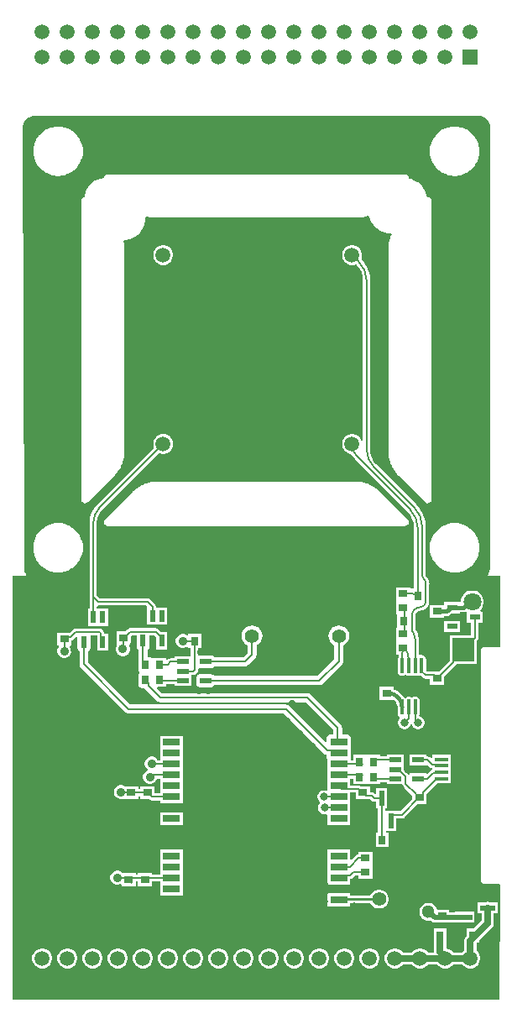
<source format=gtl>
G04*
G04 #@! TF.GenerationSoftware,Altium Limited,Altium Designer,22.9.1 (49)*
G04*
G04 Layer_Physical_Order=1*
G04 Layer_Color=255*
%FSLAX25Y25*%
%MOIN*%
G70*
G04*
G04 #@! TF.SameCoordinates,E9D11BAE-304F-488D-B7EA-F98EEB287584*
G04*
G04*
G04 #@! TF.FilePolarity,Positive*
G04*
G01*
G75*
%ADD19R,0.05906X0.02362*%
%ADD20R,0.03543X0.03150*%
%ADD21R,0.03150X0.03543*%
%ADD22R,0.02362X0.04724*%
%ADD23R,0.08858X0.09252*%
%ADD24R,0.02362X0.05906*%
%ADD25R,0.04724X0.02362*%
%ADD26R,0.05315X0.01575*%
%ADD27R,0.05512X0.06299*%
%ADD28R,0.06299X0.07480*%
%ADD29R,0.04134X0.02362*%
%ADD30O,0.01575X0.06299*%
%ADD53C,0.01575*%
%ADD54C,0.00799*%
%ADD55R,0.07087X0.03150*%
%ADD56C,0.01968*%
%ADD57C,0.02756*%
%ADD58C,0.00965*%
%ADD59C,0.05512*%
%ADD60C,0.07677*%
%ADD61C,0.05878*%
%ADD62C,0.05906*%
%ADD63R,0.05906X0.05906*%
%ADD64C,0.05118*%
%ADD65C,0.02756*%
%ADD66C,0.03543*%
%ADD67C,0.03150*%
%ADD68C,0.07087*%
G36*
X188167Y190346D02*
X188895Y190045D01*
X189550Y189607D01*
X190107Y189050D01*
X190545Y188395D01*
X190846Y187667D01*
X191000Y186894D01*
Y186500D01*
Y11000D01*
Y10458D01*
X190789Y9396D01*
X190374Y8395D01*
X190110Y8000D01*
X195073D01*
Y-20471D01*
X189000D01*
X188415Y-20587D01*
X187919Y-20919D01*
X187587Y-21415D01*
X187471Y-22000D01*
Y-52000D01*
Y-83000D01*
Y-113000D01*
X187587Y-113585D01*
X187919Y-114081D01*
X188415Y-114413D01*
X189000Y-114529D01*
X194615D01*
X194969Y-114883D01*
X194925Y-160423D01*
X1281D01*
Y-79252D01*
Y8000D01*
X6890D01*
X6626Y8395D01*
X6211Y9396D01*
X6000Y10458D01*
Y18500D01*
X5500Y186000D01*
Y186443D01*
X5673Y187313D01*
X6012Y188131D01*
X6505Y188869D01*
X7131Y189495D01*
X7868Y189988D01*
X8687Y190327D01*
X9557Y190500D01*
X187394D01*
X188167Y190346D01*
D02*
G37*
%LPC*%
G36*
X177795Y186297D02*
X176166D01*
X176018Y186268D01*
X175868D01*
X174270Y185950D01*
X174131Y185892D01*
X173983Y185863D01*
X172479Y185240D01*
X172353Y185156D01*
X172214Y185098D01*
X170860Y184194D01*
X170754Y184087D01*
X170628Y184003D01*
X169477Y182852D01*
X169393Y182727D01*
X169287Y182620D01*
X168382Y181266D01*
X168324Y181127D01*
X168241Y181001D01*
X167617Y179497D01*
X167588Y179349D01*
X167530Y179210D01*
X167213Y177613D01*
Y177462D01*
X167183Y177314D01*
Y175686D01*
X167213Y175538D01*
Y175387D01*
X167530Y173790D01*
X167588Y173651D01*
X167617Y173503D01*
X168241Y171999D01*
X168324Y171873D01*
X168382Y171734D01*
X169287Y170380D01*
X169393Y170273D01*
X169477Y170148D01*
X170628Y168997D01*
X170754Y168913D01*
X170860Y168806D01*
X172214Y167902D01*
X172353Y167844D01*
X172479Y167760D01*
X173983Y167137D01*
X174131Y167108D01*
X174270Y167050D01*
X175868Y166732D01*
X176018D01*
X176166Y166703D01*
X177795D01*
X177942Y166732D01*
X178093D01*
X179690Y167050D01*
X179829Y167108D01*
X179977Y167137D01*
X181482Y167760D01*
X181607Y167844D01*
X181746Y167902D01*
X183100Y168806D01*
X183207Y168913D01*
X183332Y168997D01*
X184484Y170148D01*
X184567Y170273D01*
X184674Y170380D01*
X185579Y171734D01*
X185636Y171873D01*
X185720Y171999D01*
X186343Y173503D01*
X186373Y173651D01*
X186430Y173790D01*
X186748Y175387D01*
Y175538D01*
X186777Y175686D01*
Y177314D01*
X186748Y177462D01*
Y177613D01*
X186430Y179210D01*
X186373Y179349D01*
X186343Y179497D01*
X185720Y181001D01*
X185636Y181127D01*
X185579Y181266D01*
X184674Y182620D01*
X184567Y182727D01*
X184484Y182852D01*
X183332Y184003D01*
X183207Y184087D01*
X183100Y184194D01*
X181746Y185098D01*
X181607Y185156D01*
X181482Y185240D01*
X179977Y185863D01*
X179829Y185892D01*
X179690Y185950D01*
X178093Y186268D01*
X177942D01*
X177795Y186297D01*
D02*
G37*
G36*
X20314D02*
X18686D01*
X18538Y186268D01*
X18387D01*
X16790Y185950D01*
X16651Y185892D01*
X16503Y185863D01*
X14999Y185240D01*
X14873Y185156D01*
X14734Y185098D01*
X13380Y184194D01*
X13273Y184087D01*
X13148Y184003D01*
X11997Y182852D01*
X11913Y182727D01*
X11806Y182620D01*
X10902Y181266D01*
X10844Y181127D01*
X10760Y181001D01*
X10137Y179497D01*
X10108Y179349D01*
X10050Y179210D01*
X9732Y177613D01*
Y177462D01*
X9703Y177314D01*
Y175686D01*
X9732Y175538D01*
Y175387D01*
X10050Y173790D01*
X10108Y173651D01*
X10137Y173503D01*
X10760Y171999D01*
X10844Y171873D01*
X10902Y171734D01*
X11806Y170380D01*
X11913Y170273D01*
X11997Y170148D01*
X13148Y168997D01*
X13273Y168913D01*
X13380Y168806D01*
X14734Y167902D01*
X14873Y167844D01*
X14999Y167760D01*
X16503Y167137D01*
X16651Y167108D01*
X16790Y167050D01*
X18387Y166732D01*
X18538D01*
X18686Y166703D01*
X20314D01*
X20462Y166732D01*
X20613D01*
X22210Y167050D01*
X22349Y167108D01*
X22497Y167137D01*
X24002Y167760D01*
X24127Y167844D01*
X24266Y167902D01*
X25620Y168806D01*
X25727Y168913D01*
X25852Y168997D01*
X27003Y170148D01*
X27087Y170273D01*
X27194Y170380D01*
X28098Y171734D01*
X28156Y171873D01*
X28240Y171999D01*
X28863Y173503D01*
X28892Y173651D01*
X28950Y173790D01*
X29268Y175387D01*
Y175538D01*
X29297Y175686D01*
Y177314D01*
X29268Y177462D01*
Y177613D01*
X28950Y179210D01*
X28892Y179349D01*
X28863Y179497D01*
X28240Y181001D01*
X28156Y181127D01*
X28098Y181266D01*
X27194Y182620D01*
X27087Y182727D01*
X27003Y182852D01*
X25852Y184003D01*
X25727Y184087D01*
X25620Y184194D01*
X24266Y185098D01*
X24127Y185156D01*
X24002Y185240D01*
X22497Y185863D01*
X22349Y185892D01*
X22210Y185950D01*
X20613Y186268D01*
X20462D01*
X20314Y186297D01*
D02*
G37*
G36*
X157252Y167277D02*
X39252D01*
X38667Y167161D01*
X38170Y166830D01*
X37839Y166333D01*
X37725Y165762D01*
X37577Y165772D01*
X36360Y165648D01*
X35180Y165329D01*
X34068Y164822D01*
X33052Y164140D01*
X32161Y163303D01*
X31418Y162332D01*
X30843Y161253D01*
X30451Y160095D01*
X30252Y158889D01*
Y158277D01*
X29667Y158161D01*
X29171Y157829D01*
X28839Y157333D01*
X28723Y156748D01*
Y38248D01*
X28839Y37663D01*
X29171Y37167D01*
X29667Y36835D01*
X30252Y36719D01*
X30837Y36835D01*
X31333Y37167D01*
X41776Y47609D01*
X41785Y47600D01*
X41888Y47722D01*
X42217Y48050D01*
X42259Y48114D01*
X42318Y48162D01*
X43070Y49078D01*
X43106Y49145D01*
X43160Y49199D01*
X43819Y50185D01*
X43848Y50255D01*
X43896Y50314D01*
X44281Y51034D01*
X44288Y51046D01*
X44291Y51053D01*
X44455Y51360D01*
X44477Y51432D01*
X44519Y51495D01*
X44973Y52591D01*
X44988Y52666D01*
X45024Y52733D01*
X45368Y53868D01*
X45375Y53943D01*
X45404Y54013D01*
X45636Y55176D01*
Y55252D01*
X45658Y55325D01*
X45774Y56505D01*
X45767Y56581D01*
X45781Y56655D01*
Y57248D01*
Y137748D01*
Y138341D01*
X45767Y138416D01*
X45774Y138491D01*
X45658Y139671D01*
X45636Y139744D01*
Y139820D01*
X45475Y140629D01*
X45862Y141127D01*
X45866Y141129D01*
X46236D01*
X47938Y141467D01*
X49542Y142131D01*
X50985Y143096D01*
X52213Y144323D01*
X53177Y145767D01*
X53842Y147371D01*
X54180Y149073D01*
X54180Y149941D01*
X54180Y149941D01*
Y150319D01*
X54680Y150690D01*
X54871Y150632D01*
X54947Y150625D01*
X55017Y150596D01*
X56071Y150386D01*
X56122Y150374D01*
X56140Y150372D01*
X56180Y150364D01*
X56242D01*
X56261Y150363D01*
X56329Y150342D01*
X57509Y150226D01*
X57585Y150233D01*
X57659Y150219D01*
X58092D01*
X58252Y150206D01*
Y150219D01*
X138252D01*
Y150206D01*
X138412Y150219D01*
X138845D01*
X138919Y150233D01*
X138995Y150226D01*
X140175Y150342D01*
X140243Y150363D01*
X140262Y150364D01*
X140324D01*
X140364Y150372D01*
X140382Y150374D01*
X140433Y150386D01*
X141487Y150596D01*
X141557Y150625D01*
X141632Y150632D01*
X142295Y150833D01*
X142459Y150872D01*
X142552Y150911D01*
X143054Y150675D01*
X143089Y150639D01*
X143111Y150606D01*
X143206Y150127D01*
X143862Y148543D01*
X144815Y147117D01*
X146028Y145905D01*
X147453Y144952D01*
X149038Y144296D01*
X150719Y143961D01*
X151656D01*
X151830Y143817D01*
X151854Y143787D01*
X151969Y143461D01*
X151531Y142405D01*
X151516Y142330D01*
X151480Y142263D01*
X151415Y142048D01*
X151376Y141955D01*
X151337Y141791D01*
X151136Y141129D01*
X151129Y141053D01*
X151100Y140983D01*
X150890Y139929D01*
X150878Y139878D01*
X150876Y139860D01*
X150868Y139820D01*
Y139758D01*
X150867Y139739D01*
X150846Y139671D01*
X150730Y138491D01*
X150737Y138415D01*
X150723Y138341D01*
Y137908D01*
X150710Y137748D01*
X150723D01*
Y57248D01*
X150710D01*
X150723Y57088D01*
Y56655D01*
X150737Y56581D01*
X150730Y56505D01*
X150846Y55325D01*
X150867Y55257D01*
X150868Y55238D01*
Y55176D01*
X150876Y55136D01*
X150878Y55119D01*
X150890Y55067D01*
X151100Y54013D01*
X151129Y53943D01*
X151136Y53868D01*
X151337Y53205D01*
X151376Y53041D01*
X151415Y52948D01*
X151480Y52733D01*
X151516Y52666D01*
X151531Y52591D01*
X151985Y51495D01*
X152027Y51432D01*
X152049Y51360D01*
X152155Y51161D01*
X152194Y51068D01*
X152282Y50924D01*
X152608Y50314D01*
X152656Y50255D01*
X152685Y50185D01*
X153282Y49291D01*
X153310Y49246D01*
X153321Y49233D01*
X153344Y49199D01*
X153388Y49155D01*
X153400Y49141D01*
X153434Y49078D01*
X154186Y48162D01*
X154245Y48114D01*
X154287Y48050D01*
X154593Y47744D01*
X154697Y47622D01*
X154706Y47631D01*
X159938Y42399D01*
X165171Y37167D01*
X165667Y36835D01*
X166252Y36719D01*
X166837Y36835D01*
X167333Y37167D01*
X167665Y37663D01*
X167781Y38248D01*
Y156748D01*
X167665Y157333D01*
X167333Y157829D01*
X166837Y158161D01*
X166252Y158277D01*
X166129Y158253D01*
X165906Y159373D01*
X165228Y161011D01*
X164243Y162485D01*
X162989Y163739D01*
X161515Y164724D01*
X159877Y165402D01*
X158757Y165625D01*
X158781Y165748D01*
X158665Y166333D01*
X158333Y166830D01*
X157837Y167161D01*
X157252Y167277D01*
D02*
G37*
G36*
X61771Y139187D02*
X60733D01*
X59732Y138919D01*
X58833Y138400D01*
X58100Y137667D01*
X57581Y136768D01*
X57313Y135767D01*
Y134729D01*
X57581Y133728D01*
X58100Y132829D01*
X58833Y132096D01*
X59732Y131578D01*
X60733Y131309D01*
X61771D01*
X62772Y131578D01*
X63671Y132096D01*
X64404Y132829D01*
X64922Y133728D01*
X65191Y134729D01*
Y135767D01*
X64922Y136768D01*
X64404Y137667D01*
X63671Y138400D01*
X62772Y138919D01*
X61771Y139187D01*
D02*
G37*
G36*
X61382Y64203D02*
X61252Y64195D01*
X61121Y64203D01*
X61000Y64187D01*
X60733D01*
X60476Y64118D01*
X60354Y64102D01*
X60231Y64060D01*
X60102Y64034D01*
X59989Y63988D01*
X59732Y63919D01*
X59501Y63785D01*
X59387Y63738D01*
X59279Y63666D01*
X59162Y63608D01*
X59064Y63533D01*
X58833Y63400D01*
X58645Y63212D01*
X58548Y63137D01*
X58461Y63039D01*
X58363Y62952D01*
X58289Y62855D01*
X58100Y62667D01*
X57967Y62436D01*
X57892Y62339D01*
X57834Y62221D01*
X57762Y62113D01*
X57715Y61999D01*
X57581Y61768D01*
X57512Y61511D01*
X57465Y61398D01*
X57440Y61269D01*
X57398Y61146D01*
X57382Y61024D01*
X57313Y60767D01*
Y60500D01*
X57297Y60378D01*
X57306Y60248D01*
X57297Y60118D01*
X57313Y59996D01*
Y59729D01*
X57382Y59472D01*
X57398Y59350D01*
X57440Y59227D01*
X57465Y59098D01*
X57512Y58985D01*
X57581Y58728D01*
X57627Y58648D01*
X35261Y36281D01*
X34900Y35938D01*
X34882Y35923D01*
X34588Y35565D01*
X33681Y34460D01*
X32789Y32791D01*
X32239Y30979D01*
X32101Y29570D01*
X32054Y29096D01*
X32055Y29087D01*
X32068Y28590D01*
Y5500D01*
Y-500D01*
Y-5217D01*
X31319D01*
Y-11941D01*
X39421D01*
Y-5217D01*
X34932D01*
Y-4324D01*
X34946Y-4281D01*
X34951Y-4269D01*
X35201Y-4038D01*
X35432Y-3918D01*
X35500Y-3932D01*
X35500Y-3932D01*
X54407D01*
X54928Y-4453D01*
X54819Y-4717D01*
X54819D01*
Y-11441D01*
X62921D01*
Y-4716D01*
X58843D01*
X58692Y-4637D01*
X58432Y-4500D01*
X58356Y-4118D01*
X58356Y-4118D01*
X58347Y-4096D01*
X58318Y-3954D01*
X58238Y-3834D01*
X58229Y-3812D01*
X58012Y-3488D01*
X58012Y-3488D01*
X56012Y-1488D01*
X56012Y-1488D01*
X55688Y-1271D01*
X55666Y-1262D01*
X55546Y-1182D01*
X55404Y-1153D01*
X55382Y-1144D01*
X55000Y-1068D01*
X36093D01*
X34932Y93D01*
Y5500D01*
Y29084D01*
X34931Y29086D01*
X34932Y29088D01*
X34932Y29092D01*
X34922Y29142D01*
X35047Y30421D01*
X35434Y31695D01*
X36062Y32869D01*
X36883Y33870D01*
X36928Y33900D01*
X36929Y33901D01*
X36931Y33902D01*
X59652Y56623D01*
X59732Y56577D01*
X59989Y56508D01*
X60102Y56462D01*
X60231Y56436D01*
X60354Y56394D01*
X60476Y56378D01*
X60733Y56309D01*
X61000D01*
X61122Y56293D01*
X61252Y56302D01*
X61382Y56293D01*
X61504Y56309D01*
X61771D01*
X62028Y56378D01*
X62150Y56394D01*
X62273Y56436D01*
X62402Y56462D01*
X62515Y56508D01*
X62772Y56577D01*
X63003Y56711D01*
X63117Y56758D01*
X63225Y56830D01*
X63342Y56888D01*
X63440Y56963D01*
X63671Y57096D01*
X63859Y57284D01*
X63956Y57359D01*
X64043Y57458D01*
X64141Y57544D01*
X64215Y57641D01*
X64404Y57829D01*
X64537Y58060D01*
X64612Y58158D01*
X64670Y58275D01*
X64742Y58384D01*
X64789Y58497D01*
X64922Y58728D01*
X64991Y58985D01*
X65038Y59098D01*
X65064Y59227D01*
X65106Y59350D01*
X65122Y59472D01*
X65191Y59729D01*
Y59996D01*
X65207Y60118D01*
X65198Y60248D01*
X65207Y60378D01*
X65191Y60500D01*
Y60767D01*
X65122Y61024D01*
X65106Y61146D01*
X65064Y61269D01*
X65038Y61398D01*
X64991Y61511D01*
X64922Y61768D01*
X64789Y61999D01*
X64742Y62113D01*
X64670Y62221D01*
X64612Y62339D01*
X64537Y62436D01*
X64404Y62667D01*
X64215Y62855D01*
X64141Y62952D01*
X64043Y63039D01*
X63956Y63137D01*
X63859Y63212D01*
X63671Y63400D01*
X63440Y63533D01*
X63342Y63608D01*
X63225Y63666D01*
X63117Y63738D01*
X63003Y63785D01*
X62772Y63919D01*
X62515Y63988D01*
X62402Y64034D01*
X62273Y64060D01*
X62150Y64102D01*
X62028Y64118D01*
X61771Y64187D01*
X61504D01*
X61382Y64203D01*
D02*
G37*
G36*
X136771Y139187D02*
X135733D01*
X134732Y138919D01*
X133833Y138400D01*
X133100Y137667D01*
X132581Y136768D01*
X132313Y135767D01*
Y134729D01*
X132581Y133728D01*
X133100Y132829D01*
X133833Y132096D01*
X134732Y131578D01*
X135733Y131309D01*
X136771D01*
X137772Y131578D01*
X137856Y131626D01*
X138062Y131420D01*
X138116Y131384D01*
X139144Y130131D01*
X139938Y128646D01*
X140427Y127034D01*
X140585Y125421D01*
X140573Y125358D01*
Y61273D01*
X140073Y61207D01*
X139922Y61768D01*
X139404Y62667D01*
X138671Y63400D01*
X137772Y63919D01*
X136771Y64187D01*
X135733D01*
X134732Y63919D01*
X133833Y63400D01*
X133100Y62667D01*
X132581Y61768D01*
X132313Y60767D01*
Y59729D01*
X132581Y58728D01*
X133100Y57829D01*
X133833Y57096D01*
X134732Y56577D01*
X135733Y56309D01*
X135801D01*
X136274Y55423D01*
X137354Y54107D01*
X137364Y54118D01*
X157987Y33495D01*
X158334Y33148D01*
X158658Y32783D01*
X159415Y31859D01*
X160209Y30374D01*
X160698Y28762D01*
X160857Y27149D01*
X160845Y27086D01*
Y5500D01*
Y2772D01*
X159697D01*
Y2772D01*
X159272Y2952D01*
Y3331D01*
X153728D01*
Y-1819D01*
X153728D01*
Y-2181D01*
X153728D01*
Y-7331D01*
X154197D01*
Y-12669D01*
X153728D01*
Y-17819D01*
X153728D01*
Y-18181D01*
X153728D01*
Y-23331D01*
X154734D01*
Y-24288D01*
X154478Y-24673D01*
X154339Y-25370D01*
Y-30095D01*
X154478Y-30792D01*
X154873Y-31383D01*
X155464Y-31778D01*
X156161Y-31917D01*
X156859Y-31778D01*
X157441Y-31389D01*
X158023Y-31778D01*
X158721Y-31917D01*
X159418Y-31778D01*
X160000Y-31389D01*
X160582Y-31778D01*
X161279Y-31917D01*
X161977Y-31778D01*
X162559Y-31389D01*
X163141Y-31778D01*
X163594Y-31868D01*
X164331Y-32605D01*
X164331Y-32605D01*
X164794Y-32915D01*
X165340Y-33024D01*
X167228D01*
Y-35346D01*
X172772D01*
Y-32215D01*
X177480Y-27507D01*
X177480Y-27507D01*
X177789Y-27044D01*
X177802Y-26980D01*
X185929D01*
Y-17747D01*
X186009Y-17667D01*
X186009Y-17666D01*
X186318Y-17204D01*
X186427Y-16657D01*
X186427Y-16657D01*
Y-10681D01*
X188067D01*
Y-6319D01*
X187313D01*
X187106Y-5819D01*
X187636Y-5290D01*
X188234Y-4254D01*
X188543Y-3098D01*
Y-1902D01*
X188234Y-746D01*
X187636Y290D01*
X186790Y1135D01*
X185754Y1734D01*
X184598Y2043D01*
X183402D01*
X182246Y1734D01*
X181210Y1135D01*
X180365Y290D01*
X179766Y-746D01*
X179457Y-1902D01*
Y-2446D01*
X179012Y-2579D01*
Y-2579D01*
X172878D01*
Y-3241D01*
X172772Y-3697D01*
X167228D01*
Y-8846D01*
X172772D01*
Y-8094D01*
X173743D01*
X173743Y-8094D01*
X174440Y-7955D01*
X175031Y-7560D01*
X175651Y-6941D01*
X179012D01*
Y-6582D01*
X180374D01*
X180374Y-6582D01*
X181071Y-6443D01*
X181383Y-6235D01*
X181933Y-6553D01*
Y-10681D01*
X183573D01*
Y-15728D01*
X175071D01*
Y-25246D01*
X175043Y-25384D01*
X175043Y-25384D01*
Y-25907D01*
X170754Y-30197D01*
X168963D01*
X168825Y-30169D01*
X168825Y-30169D01*
X165932D01*
X165661Y-29899D01*
Y-25370D01*
X165522Y-24673D01*
X165127Y-24081D01*
X164536Y-23686D01*
X163839Y-23548D01*
X163207Y-23673D01*
X162961Y-23590D01*
X162706Y-23454D01*
Y-17089D01*
X162729D01*
X162531Y-15583D01*
X161983Y-14262D01*
X161983Y-14262D01*
X161693Y-13884D01*
X161509Y-13610D01*
X161429Y-13208D01*
X161427D01*
Y-8000D01*
X161418Y-7956D01*
X161569Y-7200D01*
X162022Y-6522D01*
X162700Y-6069D01*
X163031Y-6003D01*
X163500Y-5929D01*
Y-5929D01*
X164388Y-5812D01*
X165215Y-5470D01*
X165925Y-4925D01*
X166470Y-4214D01*
X166812Y-3387D01*
X166929Y-2500D01*
X166927D01*
Y4586D01*
X166941D01*
X166821Y5500D01*
X166776Y5843D01*
X166291Y7013D01*
X165878Y7552D01*
D01*
X165519Y8019D01*
X165427Y8481D01*
Y27858D01*
X165435D01*
X165294Y29647D01*
X164875Y31391D01*
X164189Y33049D01*
X163251Y34579D01*
X162086Y35943D01*
X162086Y35943D01*
X161727Y36292D01*
X145938Y52080D01*
X145884Y52116D01*
X144856Y53369D01*
X144062Y54854D01*
X143573Y56466D01*
X143414Y58079D01*
X143427Y58142D01*
Y125358D01*
X143435D01*
X143294Y127147D01*
X142875Y128891D01*
X142189Y130549D01*
X141251Y132079D01*
X140086Y133443D01*
X139967Y133895D01*
X140191Y134729D01*
Y135767D01*
X139922Y136768D01*
X139404Y137667D01*
X138671Y138400D01*
X137772Y138919D01*
X136771Y139187D01*
D02*
G37*
G36*
X137752Y45290D02*
Y45277D01*
X58752D01*
Y45290D01*
X58592Y45277D01*
X58159D01*
X58084Y45263D01*
X58009Y45270D01*
X56829Y45154D01*
X56761Y45133D01*
X56742Y45132D01*
X56680D01*
X56640Y45124D01*
X56622Y45122D01*
X56571Y45110D01*
X55517Y44900D01*
X55447Y44871D01*
X55371Y44864D01*
X54710Y44663D01*
X54545Y44624D01*
X54452Y44585D01*
X54237Y44520D01*
X54170Y44484D01*
X54095Y44469D01*
X52999Y44015D01*
X52936Y43973D01*
X52864Y43951D01*
X52666Y43845D01*
X52572Y43806D01*
X52428Y43718D01*
X51818Y43392D01*
X51759Y43344D01*
X51689Y43315D01*
X50795Y42718D01*
X50750Y42690D01*
X50737Y42679D01*
X50703Y42656D01*
X50659Y42612D01*
X50645Y42600D01*
X50582Y42566D01*
X49665Y41814D01*
X49617Y41755D01*
X49554Y41713D01*
X49248Y41407D01*
X49126Y41303D01*
X49135Y41294D01*
X38170Y30329D01*
X37839Y29833D01*
X37723Y29248D01*
X37839Y28663D01*
X38170Y28167D01*
X38667Y27835D01*
X39252Y27719D01*
X157252D01*
X157837Y27835D01*
X158333Y28167D01*
X158665Y28663D01*
X158781Y29248D01*
X158665Y29833D01*
X158333Y30329D01*
X147369Y41294D01*
X147378Y41303D01*
X147256Y41407D01*
X146950Y41713D01*
X146887Y41755D01*
X146838Y41814D01*
X145922Y42566D01*
X145859Y42600D01*
X145844Y42612D01*
X145801Y42656D01*
X145767Y42679D01*
X145754Y42690D01*
X145708Y42718D01*
X144815Y43315D01*
X144745Y43344D01*
X144686Y43392D01*
X144076Y43718D01*
X143932Y43806D01*
X143838Y43845D01*
X143640Y43951D01*
X143568Y43973D01*
X143505Y44015D01*
X142409Y44469D01*
X142334Y44484D01*
X142267Y44520D01*
X142052Y44585D01*
X141959Y44624D01*
X141794Y44663D01*
X141132Y44864D01*
X141057Y44871D01*
X140987Y44900D01*
X139933Y45110D01*
X139882Y45122D01*
X139864Y45124D01*
X139824Y45132D01*
X139762D01*
X139743Y45133D01*
X139675Y45154D01*
X138495Y45270D01*
X138419Y45263D01*
X138345Y45277D01*
X137912D01*
X137752Y45290D01*
D02*
G37*
G36*
X177795Y28817D02*
X176166D01*
X176018Y28787D01*
X175868D01*
X174270Y28470D01*
X174131Y28412D01*
X173983Y28383D01*
X172479Y27759D01*
X172353Y27676D01*
X172214Y27618D01*
X170860Y26713D01*
X170754Y26607D01*
X170628Y26523D01*
X169477Y25372D01*
X169393Y25246D01*
X169287Y25140D01*
X168382Y23786D01*
X168324Y23646D01*
X168241Y23521D01*
X167617Y22017D01*
X167588Y21869D01*
X167530Y21730D01*
X167213Y20132D01*
Y19982D01*
X167183Y19834D01*
Y18205D01*
X167213Y18058D01*
Y17907D01*
X167530Y16310D01*
X167588Y16171D01*
X167617Y16023D01*
X168241Y14518D01*
X168324Y14393D01*
X168382Y14254D01*
X169287Y12900D01*
X169393Y12793D01*
X169477Y12668D01*
X170628Y11516D01*
X170754Y11433D01*
X170860Y11326D01*
X172214Y10421D01*
X172353Y10364D01*
X172479Y10280D01*
X173983Y9657D01*
X174131Y9627D01*
X174270Y9570D01*
X175868Y9252D01*
X176018D01*
X176166Y9223D01*
X177795D01*
X177942Y9252D01*
X178093D01*
X179690Y9570D01*
X179829Y9627D01*
X179977Y9657D01*
X181482Y10280D01*
X181607Y10364D01*
X181746Y10421D01*
X183100Y11326D01*
X183207Y11433D01*
X183332Y11516D01*
X184484Y12668D01*
X184567Y12793D01*
X184674Y12900D01*
X185579Y14254D01*
X185636Y14393D01*
X185720Y14518D01*
X186343Y16023D01*
X186373Y16171D01*
X186430Y16310D01*
X186748Y17907D01*
Y18058D01*
X186777Y18205D01*
Y19834D01*
X186748Y19982D01*
Y20132D01*
X186430Y21730D01*
X186373Y21869D01*
X186343Y22017D01*
X185720Y23521D01*
X185636Y23646D01*
X185579Y23786D01*
X184674Y25140D01*
X184567Y25246D01*
X184484Y25372D01*
X183332Y26523D01*
X183207Y26607D01*
X183100Y26713D01*
X181746Y27618D01*
X181607Y27676D01*
X181482Y27759D01*
X179977Y28383D01*
X179829Y28412D01*
X179690Y28470D01*
X178093Y28787D01*
X177942D01*
X177795Y28817D01*
D02*
G37*
G36*
X20314D02*
X18686D01*
X18538Y28787D01*
X18387D01*
X16790Y28470D01*
X16651Y28412D01*
X16503Y28383D01*
X14999Y27759D01*
X14873Y27676D01*
X14734Y27618D01*
X13380Y26713D01*
X13273Y26607D01*
X13148Y26523D01*
X11997Y25372D01*
X11913Y25246D01*
X11806Y25140D01*
X10902Y23786D01*
X10844Y23646D01*
X10760Y23521D01*
X10137Y22017D01*
X10108Y21869D01*
X10050Y21730D01*
X9732Y20132D01*
Y19982D01*
X9703Y19834D01*
Y18205D01*
X9732Y18058D01*
Y17907D01*
X10050Y16310D01*
X10108Y16171D01*
X10137Y16023D01*
X10760Y14518D01*
X10844Y14393D01*
X10902Y14254D01*
X11806Y12900D01*
X11913Y12793D01*
X11997Y12668D01*
X13148Y11516D01*
X13273Y11433D01*
X13380Y11326D01*
X14734Y10421D01*
X14873Y10364D01*
X14999Y10280D01*
X16503Y9657D01*
X16651Y9627D01*
X16790Y9570D01*
X18387Y9252D01*
X18538D01*
X18686Y9223D01*
X20314D01*
X20462Y9252D01*
X20613D01*
X22210Y9570D01*
X22349Y9627D01*
X22497Y9657D01*
X24002Y10280D01*
X24127Y10364D01*
X24266Y10421D01*
X25620Y11326D01*
X25727Y11433D01*
X25852Y11516D01*
X27003Y12668D01*
X27087Y12793D01*
X27194Y12900D01*
X28098Y14254D01*
X28156Y14393D01*
X28240Y14518D01*
X28863Y16023D01*
X28892Y16171D01*
X28950Y16310D01*
X29268Y17907D01*
Y18058D01*
X29297Y18205D01*
Y19834D01*
X29268Y19982D01*
Y20132D01*
X28950Y21730D01*
X28892Y21869D01*
X28863Y22017D01*
X28240Y23521D01*
X28156Y23646D01*
X28098Y23786D01*
X27194Y25140D01*
X27087Y25246D01*
X27003Y25372D01*
X25852Y26523D01*
X25727Y26607D01*
X25620Y26713D01*
X24266Y27618D01*
X24127Y27676D01*
X24002Y27759D01*
X22497Y28383D01*
X22349Y28412D01*
X22210Y28470D01*
X20613Y28787D01*
X20462D01*
X20314Y28817D01*
D02*
G37*
G36*
X131181Y-11848D02*
X131000Y-11859D01*
X130819Y-11848D01*
X130100Y-11942D01*
X129928Y-12000D01*
X129751Y-12036D01*
X129080Y-12314D01*
X128930Y-12414D01*
X128767Y-12494D01*
X128192Y-12936D01*
X128072Y-13072D01*
X127936Y-13192D01*
X127494Y-13767D01*
X127414Y-13930D01*
X127314Y-14080D01*
X127036Y-14751D01*
X127000Y-14928D01*
X126942Y-15100D01*
X126848Y-15819D01*
X126859Y-16000D01*
X126848Y-16181D01*
X126942Y-16900D01*
X127000Y-17072D01*
X127036Y-17249D01*
X127314Y-17920D01*
X127414Y-18070D01*
X127494Y-18233D01*
X127936Y-18808D01*
X128072Y-18928D01*
X128192Y-19064D01*
X128767Y-19506D01*
X128930Y-19586D01*
X129080Y-19686D01*
X129183Y-19729D01*
Y-25247D01*
X122507Y-31923D01*
X81598D01*
X81390Y-31611D01*
Y-31559D01*
X81337D01*
X80920Y-31280D01*
X80390Y-31174D01*
X75665D01*
X75135Y-31280D01*
X74718Y-31559D01*
X74665D01*
Y-31611D01*
X74386Y-32029D01*
X74281Y-32559D01*
Y-34921D01*
X74386Y-35451D01*
X74665Y-35869D01*
Y-35921D01*
X74718D01*
X75135Y-36200D01*
X75665Y-36306D01*
X80390D01*
X80920Y-36200D01*
X81337Y-35921D01*
X81390D01*
Y-35869D01*
X81598Y-35557D01*
X123260D01*
X123790Y-35452D01*
X124095Y-35325D01*
X124545Y-35025D01*
X124545Y-35025D01*
X132285Y-27285D01*
X132285Y-27285D01*
X132585Y-26836D01*
X132585Y-26836D01*
X132712Y-26530D01*
X132817Y-26000D01*
Y-19729D01*
X132920Y-19686D01*
X133070Y-19586D01*
X133233Y-19506D01*
X133808Y-19064D01*
X133928Y-18928D01*
X134064Y-18808D01*
X134506Y-18233D01*
X134586Y-18070D01*
X134686Y-17920D01*
X134964Y-17249D01*
X135000Y-17072D01*
X135058Y-16900D01*
X135152Y-16181D01*
X135141Y-16000D01*
X135152Y-15819D01*
X135058Y-15100D01*
X135000Y-14928D01*
X134964Y-14751D01*
X134686Y-14080D01*
X134586Y-13930D01*
X134506Y-13767D01*
X134064Y-13192D01*
X133928Y-13072D01*
X133808Y-12936D01*
X133233Y-12494D01*
X133070Y-12414D01*
X132920Y-12314D01*
X132249Y-12036D01*
X132072Y-12000D01*
X131900Y-11942D01*
X131181Y-11848D01*
D02*
G37*
G36*
X96681D02*
X96500Y-11859D01*
X96319Y-11848D01*
X95600Y-11942D01*
X95428Y-12000D01*
X95251Y-12036D01*
X94580Y-12314D01*
X94430Y-12414D01*
X94267Y-12494D01*
X93692Y-12936D01*
X93572Y-13072D01*
X93436Y-13192D01*
X92994Y-13767D01*
X92914Y-13930D01*
X92814Y-14080D01*
X92536Y-14751D01*
X92501Y-14928D01*
X92442Y-15100D01*
X92348Y-15819D01*
X92360Y-16000D01*
X92348Y-16181D01*
X92442Y-16900D01*
X92501Y-17072D01*
X92536Y-17249D01*
X92814Y-17920D01*
X92914Y-18070D01*
X92994Y-18233D01*
X93436Y-18808D01*
X93572Y-18928D01*
X93692Y-19064D01*
X94267Y-19506D01*
X94430Y-19586D01*
X94580Y-19686D01*
X94683Y-19729D01*
Y-22747D01*
X92988Y-24443D01*
X81598D01*
X81390Y-24131D01*
Y-24079D01*
X81337D01*
X80920Y-23800D01*
X80390Y-23694D01*
X75665D01*
X75543Y-23719D01*
X75043Y-23308D01*
Y-20772D01*
X76346D01*
Y-15228D01*
X71197D01*
Y-15624D01*
X70735Y-15815D01*
X70702Y-15782D01*
X70070Y-15417D01*
X69365Y-15228D01*
X68635D01*
X67930Y-15417D01*
X67298Y-15782D01*
X66782Y-16298D01*
X66417Y-16930D01*
X66228Y-17635D01*
Y-18365D01*
X66417Y-19070D01*
X66782Y-19702D01*
X67298Y-20218D01*
X67930Y-20583D01*
X68635Y-20772D01*
X69365D01*
X70070Y-20583D01*
X70702Y-20218D01*
X70735Y-20185D01*
X71197Y-20376D01*
Y-20772D01*
X72189D01*
Y-24079D01*
X65610D01*
Y-24833D01*
X64240D01*
X63694Y-24941D01*
X63231Y-25251D01*
X63231Y-25251D01*
X62831Y-25651D01*
X62331Y-25444D01*
Y-24728D01*
X57181D01*
X57181Y-24728D01*
X56700Y-24684D01*
X56349Y-24449D01*
X55819Y-24344D01*
X55077D01*
Y-21492D01*
X55389Y-21283D01*
X55441D01*
Y-21231D01*
X55720Y-20813D01*
X55826Y-20283D01*
Y-15775D01*
X57757D01*
X58559Y-16577D01*
Y-21283D01*
X62921D01*
Y-14559D01*
X60577D01*
X59357Y-13339D01*
X58894Y-13029D01*
X58348Y-12921D01*
X58348Y-12921D01*
X48077D01*
X48077Y-12921D01*
X47531Y-13029D01*
X47068Y-13339D01*
X47068Y-13339D01*
X46253Y-14154D01*
X42728D01*
Y-19303D01*
X42728D01*
X42885Y-19803D01*
X42667Y-20180D01*
X42478Y-20885D01*
Y-21615D01*
X42667Y-22320D01*
X43032Y-22952D01*
X43548Y-23468D01*
X44180Y-23833D01*
X44885Y-24022D01*
X45615D01*
X46320Y-23833D01*
X46952Y-23468D01*
X47468Y-22952D01*
X47833Y-22320D01*
X48022Y-21615D01*
Y-20885D01*
X47833Y-20180D01*
X47615Y-19803D01*
X47904Y-19303D01*
X48272D01*
Y-16172D01*
X48668Y-15775D01*
X50694D01*
Y-20283D01*
X50800Y-20813D01*
X51079Y-21231D01*
Y-21283D01*
X51131D01*
X51443Y-21492D01*
Y-25120D01*
X51390Y-25199D01*
X51285Y-25728D01*
Y-29272D01*
X51390Y-29801D01*
X51420Y-29846D01*
X51669Y-30272D01*
Y-30728D01*
X51435Y-31131D01*
X51390Y-31198D01*
X51285Y-31728D01*
Y-35272D01*
X51390Y-35802D01*
X51669Y-36219D01*
Y-36272D01*
X51722D01*
X52140Y-36551D01*
X52669Y-36656D01*
X53749D01*
X53759Y-36679D01*
X54059Y-37129D01*
X54059Y-37129D01*
X58715Y-41785D01*
X58715Y-41785D01*
X59164Y-42085D01*
X59470Y-42212D01*
X60000Y-42317D01*
X117747D01*
X128683Y-53253D01*
Y-55265D01*
X127457D01*
X126927Y-55370D01*
X126509Y-55650D01*
X126457D01*
Y-55702D01*
X126178Y-56120D01*
X126072Y-56650D01*
Y-57849D01*
X125610Y-58040D01*
X111285Y-43715D01*
X111285Y-43715D01*
X110836Y-43415D01*
X110530Y-43288D01*
X110000Y-43183D01*
X48253D01*
X31577Y-26507D01*
Y-21992D01*
X31889Y-21783D01*
X31941D01*
Y-21731D01*
X32220Y-21313D01*
X32326Y-20784D01*
Y-16059D01*
X32434Y-15927D01*
X35032D01*
Y-17640D01*
X35032Y-17640D01*
X35059Y-17778D01*
Y-21783D01*
X39421D01*
Y-15059D01*
X37886D01*
Y-14968D01*
X37777Y-14422D01*
X37468Y-13959D01*
X37468Y-13959D01*
X37000Y-13491D01*
X36537Y-13182D01*
X35991Y-13073D01*
X35990Y-13073D01*
X26500D01*
X25954Y-13182D01*
X25491Y-13491D01*
X25491Y-13491D01*
X24328Y-14654D01*
X19228D01*
Y-19803D01*
X19624D01*
X19815Y-20265D01*
X19782Y-20298D01*
X19417Y-20930D01*
X19228Y-21635D01*
Y-22365D01*
X19417Y-23070D01*
X19782Y-23702D01*
X20298Y-24218D01*
X20930Y-24583D01*
X21635Y-24772D01*
X22365D01*
X23070Y-24583D01*
X23702Y-24218D01*
X24218Y-23702D01*
X24583Y-23070D01*
X24772Y-22365D01*
Y-21635D01*
X24583Y-20930D01*
X24218Y-20298D01*
X24185Y-20265D01*
X24376Y-19803D01*
X24772D01*
Y-17871D01*
X25048Y-17816D01*
X25511Y-17507D01*
X26694Y-16324D01*
X27194Y-16531D01*
Y-20784D01*
X27300Y-21313D01*
X27579Y-21731D01*
Y-21783D01*
X27631D01*
X27943Y-21992D01*
Y-27260D01*
X28048Y-27790D01*
X28175Y-28095D01*
X28475Y-28545D01*
X28475Y-28545D01*
X46215Y-46285D01*
X46215Y-46285D01*
X46664Y-46585D01*
X46970Y-46712D01*
X47500Y-46817D01*
X109247D01*
X125095Y-62665D01*
X125095Y-62665D01*
X125544Y-62965D01*
X125850Y-63092D01*
X125850Y-63092D01*
X126072Y-63136D01*
Y-64130D01*
X126178Y-64660D01*
X126457Y-65078D01*
Y-69461D01*
Y-73791D01*
Y-77158D01*
X125957Y-77436D01*
X125461Y-77303D01*
X124783D01*
X124128Y-77479D01*
X123541Y-77818D01*
X123062Y-78297D01*
X122723Y-78884D01*
X122547Y-79539D01*
Y-80217D01*
X122723Y-80872D01*
X123062Y-81459D01*
X123399Y-81796D01*
X123538Y-81953D01*
X123416Y-82443D01*
X123231Y-82628D01*
X122892Y-83215D01*
X122716Y-83870D01*
Y-84548D01*
X122892Y-85202D01*
X123231Y-85790D01*
X123710Y-86269D01*
X124297Y-86608D01*
X124952Y-86783D01*
X125630D01*
X125957Y-86696D01*
X126026Y-86708D01*
X126457Y-87059D01*
Y-91114D01*
X135543D01*
Y-86783D01*
Y-82453D01*
Y-78149D01*
X137728D01*
Y-80847D01*
X141537D01*
X141675Y-80874D01*
X143428D01*
X144063Y-81509D01*
X144063Y-81509D01*
X144526Y-81818D01*
X145072Y-81927D01*
X145072Y-81927D01*
X145819D01*
Y-84453D01*
X146573D01*
Y-94228D01*
X145669D01*
Y-99772D01*
X150819D01*
Y-94228D01*
X149799D01*
X149664Y-94008D01*
X149909Y-93542D01*
X149945Y-93508D01*
X153921D01*
Y-88429D01*
X156073D01*
X156073Y-88429D01*
X156619Y-88320D01*
X157082Y-88011D01*
X162247Y-82846D01*
X165772D01*
Y-79234D01*
X165799Y-79097D01*
Y-78731D01*
X170124Y-74405D01*
X175421D01*
Y-71846D01*
Y-69287D01*
Y-66728D01*
Y-63153D01*
X168106D01*
Y-64435D01*
X167644Y-64626D01*
X167269Y-64251D01*
X166806Y-63942D01*
X166260Y-63833D01*
X165890Y-63525D01*
Y-63079D01*
X159165D01*
Y-67441D01*
X165890D01*
Y-67441D01*
X166267Y-67285D01*
X167103Y-68121D01*
X167103Y-68121D01*
X167566Y-68431D01*
X168106Y-68538D01*
Y-69109D01*
X168007Y-69129D01*
X167544Y-69438D01*
X166267Y-70715D01*
X165890Y-70559D01*
Y-70559D01*
X159165D01*
Y-70920D01*
X158665Y-71071D01*
X158509Y-70837D01*
X158509Y-70837D01*
X156835Y-69163D01*
Y-67441D01*
Y-63079D01*
X150110D01*
Y-63833D01*
X147331D01*
Y-63228D01*
X142319D01*
X142181Y-63228D01*
X141819D01*
X141681Y-63228D01*
X136669D01*
Y-65459D01*
X135804D01*
X135623Y-64959D01*
X135822Y-64660D01*
X135928Y-64130D01*
Y-60980D01*
X135822Y-60451D01*
X135782Y-60390D01*
X135822Y-60329D01*
X135928Y-59799D01*
Y-56650D01*
X135822Y-56120D01*
X135543Y-55702D01*
Y-55650D01*
X135491D01*
X135073Y-55370D01*
X134543Y-55265D01*
X132317D01*
Y-52500D01*
X132212Y-51970D01*
X132085Y-51664D01*
X131785Y-51215D01*
X131785Y-51215D01*
X119785Y-39215D01*
X119785Y-39215D01*
X119336Y-38915D01*
X119030Y-38788D01*
X118500Y-38683D01*
X60753D01*
X58803Y-36734D01*
X58995Y-36272D01*
X62331D01*
Y-35167D01*
X65610D01*
Y-35921D01*
X72335D01*
Y-31427D01*
X73148D01*
X73148Y-31427D01*
X73694Y-31318D01*
X74157Y-31009D01*
X74625Y-30541D01*
X74625Y-30541D01*
X74934Y-30078D01*
X75043Y-29532D01*
Y-29212D01*
X75543Y-28801D01*
X75665Y-28826D01*
X80390D01*
X80920Y-28720D01*
X81337Y-28441D01*
X81390D01*
Y-28389D01*
X81598Y-28077D01*
X93740D01*
X94270Y-27972D01*
X94576Y-27845D01*
X95025Y-27545D01*
X95025Y-27545D01*
X97785Y-24785D01*
X97785Y-24785D01*
X98085Y-24336D01*
X98085Y-24336D01*
X98212Y-24030D01*
X98317Y-23500D01*
Y-19729D01*
X98420Y-19686D01*
X98570Y-19586D01*
X98733Y-19506D01*
X99308Y-19064D01*
X99428Y-18928D01*
X99564Y-18808D01*
X100006Y-18233D01*
X100086Y-18070D01*
X100186Y-17920D01*
X100464Y-17249D01*
X100499Y-17072D01*
X100558Y-16900D01*
X100652Y-16181D01*
X100640Y-16000D01*
X100652Y-15819D01*
X100558Y-15100D01*
X100499Y-14928D01*
X100464Y-14751D01*
X100186Y-14080D01*
X100086Y-13930D01*
X100006Y-13767D01*
X99564Y-13192D01*
X99428Y-13072D01*
X99308Y-12936D01*
X98733Y-12494D01*
X98570Y-12414D01*
X98420Y-12314D01*
X97749Y-12036D01*
X97572Y-12000D01*
X97400Y-11942D01*
X96681Y-11848D01*
D02*
G37*
G36*
X179012Y-10059D02*
X172878D01*
Y-14421D01*
X179012D01*
Y-10059D01*
D02*
G37*
G36*
X152772Y-36181D02*
X147228D01*
Y-41331D01*
X152772D01*
X152772Y-41331D01*
Y-41331D01*
X153168Y-41568D01*
X153270Y-41647D01*
X153859Y-42415D01*
X154229Y-43308D01*
X154339Y-44141D01*
Y-46630D01*
X154478Y-47327D01*
X154873Y-47919D01*
X155101Y-48071D01*
X155152Y-48707D01*
X154940Y-48919D01*
X154601Y-49506D01*
X154425Y-50161D01*
Y-50839D01*
X154601Y-51494D01*
X154940Y-52081D01*
X155419Y-52560D01*
X156006Y-52899D01*
X156661Y-53075D01*
X157339D01*
X157994Y-52899D01*
X158581Y-52560D01*
X159060Y-52081D01*
X159399Y-51494D01*
X159491Y-51151D01*
X160009D01*
X160101Y-51494D01*
X160440Y-52081D01*
X160919Y-52560D01*
X161506Y-52899D01*
X162161Y-53075D01*
X162839D01*
X163494Y-52899D01*
X164081Y-52560D01*
X164560Y-52081D01*
X164899Y-51494D01*
X165075Y-50839D01*
Y-50161D01*
X164899Y-49506D01*
X164560Y-48919D01*
X164081Y-48440D01*
X163494Y-48101D01*
X163110Y-47998D01*
X162883Y-47465D01*
X162885Y-47444D01*
X162963Y-47327D01*
X163102Y-46630D01*
Y-41906D01*
X162963Y-41208D01*
X162568Y-40617D01*
X161977Y-40222D01*
X161279Y-40083D01*
X160582Y-40222D01*
X160000Y-40611D01*
X159418Y-40222D01*
X158721Y-40083D01*
X158023Y-40222D01*
X157441Y-40611D01*
X156859Y-40222D01*
X156752Y-40201D01*
X156748Y-40193D01*
X155836Y-39081D01*
X154725Y-38169D01*
X153456Y-37492D01*
X152772Y-37284D01*
Y-36181D01*
D02*
G37*
G36*
X69043Y-55650D02*
X59957D01*
Y-60799D01*
Y-65459D01*
X59181D01*
X58911Y-64991D01*
X58395Y-64475D01*
X57763Y-64110D01*
X57058Y-63921D01*
X56328D01*
X55623Y-64110D01*
X54991Y-64475D01*
X54475Y-64991D01*
X54110Y-65623D01*
X53921Y-66328D01*
Y-67058D01*
X54110Y-67763D01*
X54475Y-68395D01*
X54969Y-68889D01*
X54973Y-69162D01*
X54972Y-69173D01*
X54899Y-69435D01*
X54298Y-69782D01*
X53782Y-70298D01*
X53417Y-70930D01*
X53228Y-71635D01*
Y-72365D01*
X53417Y-73070D01*
X53782Y-73702D01*
X54298Y-74218D01*
X54930Y-74583D01*
X55635Y-74772D01*
X56365D01*
X57070Y-74583D01*
X57702Y-74218D01*
X58218Y-73702D01*
X58583Y-73070D01*
X58697Y-72644D01*
X59957D01*
Y-78451D01*
X57772D01*
Y-75697D01*
X52228D01*
Y-76845D01*
X51272D01*
Y-75697D01*
X46054D01*
X45570Y-75417D01*
X44865Y-75228D01*
X44135D01*
X43430Y-75417D01*
X42798Y-75782D01*
X42282Y-76298D01*
X41917Y-76930D01*
X41728Y-77635D01*
Y-78365D01*
X41917Y-79070D01*
X42282Y-79702D01*
X42798Y-80218D01*
X43430Y-80583D01*
X44135Y-80772D01*
X44865D01*
X45228Y-80674D01*
X45728Y-80847D01*
Y-80847D01*
X51272D01*
Y-79699D01*
X52228D01*
Y-80847D01*
X55753D01*
X55794Y-80887D01*
X55794Y-80887D01*
X56257Y-81196D01*
X56803Y-81305D01*
X56803Y-81305D01*
X59957D01*
Y-82453D01*
X69043D01*
Y-78122D01*
Y-73791D01*
Y-69461D01*
Y-65130D01*
Y-60799D01*
Y-55650D01*
D02*
G37*
G36*
Y-85965D02*
X59957D01*
Y-91114D01*
X69043D01*
Y-85965D01*
D02*
G37*
G36*
Y-100925D02*
X59957D01*
Y-106075D01*
Y-110734D01*
X56772D01*
Y-110197D01*
X51228D01*
Y-110734D01*
X50272D01*
Y-110197D01*
X45117D01*
X44702Y-109782D01*
X44070Y-109417D01*
X43365Y-109228D01*
X42635D01*
X41930Y-109417D01*
X41298Y-109782D01*
X40782Y-110298D01*
X40417Y-110930D01*
X40228Y-111635D01*
Y-112365D01*
X40417Y-113070D01*
X40782Y-113702D01*
X41298Y-114218D01*
X41930Y-114583D01*
X42635Y-114772D01*
X43365D01*
X44070Y-114583D01*
X44228Y-114491D01*
X44728Y-114780D01*
Y-115347D01*
X48537D01*
X48675Y-115374D01*
X48813Y-115347D01*
X50272D01*
Y-113588D01*
X51228D01*
Y-115347D01*
X56772D01*
Y-113588D01*
X59957D01*
Y-119067D01*
X69043D01*
Y-114736D01*
Y-110406D01*
Y-106075D01*
Y-100925D01*
D02*
G37*
G36*
X135543D02*
X126457D01*
Y-106075D01*
Y-110406D01*
Y-114736D01*
X135543D01*
Y-112407D01*
X136060Y-112305D01*
X136523Y-111995D01*
X137335Y-111183D01*
X138728D01*
Y-112331D01*
X144272D01*
Y-107181D01*
X144272D01*
Y-106819D01*
X144272D01*
Y-101669D01*
X138728D01*
Y-102823D01*
X138210Y-102926D01*
X137747Y-103235D01*
X137747Y-103235D01*
X136005Y-104977D01*
X135543Y-104785D01*
Y-100925D01*
D02*
G37*
G36*
X147494Y-116744D02*
X146505D01*
X145550Y-117000D01*
X144694Y-117494D01*
X143994Y-118194D01*
X143536Y-118989D01*
X135543D01*
Y-118248D01*
X126457D01*
Y-123398D01*
X135543D01*
Y-122011D01*
X143536D01*
X143994Y-122806D01*
X144694Y-123505D01*
X145550Y-124000D01*
X146505Y-124256D01*
X147494D01*
X148450Y-124000D01*
X149306Y-123505D01*
X150005Y-122806D01*
X150500Y-121950D01*
X150756Y-120994D01*
Y-120006D01*
X150500Y-119050D01*
X150005Y-118194D01*
X149306Y-117494D01*
X148450Y-117000D01*
X147494Y-116744D01*
D02*
G37*
G36*
X166969Y-121941D02*
X166031D01*
X165126Y-122184D01*
X164315Y-122652D01*
X163652Y-123315D01*
X163183Y-124126D01*
X162941Y-125031D01*
Y-125969D01*
X163183Y-126874D01*
X163652Y-127685D01*
X164315Y-128348D01*
X165126Y-128816D01*
X166031Y-129059D01*
X166969D01*
X167485Y-128920D01*
X167736Y-129171D01*
X168392Y-129609D01*
X169166Y-129763D01*
X169228D01*
Y-129803D01*
X174772D01*
Y-129763D01*
X177020D01*
Y-129921D01*
X184925D01*
Y-125559D01*
X177020D01*
Y-125717D01*
X174772D01*
Y-124653D01*
X169958D01*
X169817Y-124126D01*
X169348Y-123315D01*
X168685Y-122652D01*
X167874Y-122184D01*
X166969Y-121941D01*
D02*
G37*
G36*
X190028Y-121575D02*
X189100Y-121760D01*
X189012Y-121819D01*
X186075D01*
Y-126181D01*
X187603D01*
Y-129145D01*
X184520Y-132228D01*
X181654D01*
Y-135095D01*
X181463Y-135286D01*
X180937Y-136072D01*
X180753Y-137000D01*
Y-140914D01*
X180750Y-140916D01*
X180014Y-141652D01*
X180013Y-141654D01*
X176342D01*
X176340Y-141652D01*
X175604Y-140916D01*
X174703Y-140395D01*
X173698Y-140126D01*
X173653D01*
Y-137772D01*
X173803D01*
Y-132228D01*
X168654D01*
Y-137772D01*
X168804D01*
Y-141278D01*
X168495Y-141654D01*
X166342D01*
X166340Y-141652D01*
X165604Y-140916D01*
X164703Y-140395D01*
X163698Y-140126D01*
X162657D01*
X161652Y-140395D01*
X160750Y-140916D01*
X160014Y-141652D01*
X160013Y-141654D01*
X156342D01*
X156340Y-141652D01*
X155604Y-140916D01*
X154703Y-140395D01*
X153698Y-140126D01*
X152657D01*
X151652Y-140395D01*
X150750Y-140916D01*
X150014Y-141652D01*
X149494Y-142553D01*
X149224Y-143558D01*
Y-144599D01*
X149494Y-145604D01*
X150014Y-146506D01*
X150750Y-147242D01*
X151652Y-147762D01*
X152657Y-148031D01*
X153698D01*
X154703Y-147762D01*
X155604Y-147242D01*
X156340Y-146506D01*
X156342Y-146503D01*
X160013D01*
X160014Y-146506D01*
X160750Y-147242D01*
X161652Y-147762D01*
X162657Y-148031D01*
X163698D01*
X164703Y-147762D01*
X165604Y-147242D01*
X166340Y-146506D01*
X166342Y-146503D01*
X170013D01*
X170014Y-146506D01*
X170750Y-147242D01*
X171651Y-147762D01*
X172657Y-148031D01*
X173698D01*
X174703Y-147762D01*
X175604Y-147242D01*
X176340Y-146506D01*
X176342Y-146503D01*
X180013D01*
X180014Y-146506D01*
X180750Y-147242D01*
X181651Y-147762D01*
X182657Y-148031D01*
X183698D01*
X184703Y-147762D01*
X185604Y-147242D01*
X186340Y-146506D01*
X186861Y-145604D01*
X187130Y-144599D01*
Y-143558D01*
X186861Y-142553D01*
X186340Y-141652D01*
X185604Y-140916D01*
X185602Y-140914D01*
Y-138004D01*
X185834Y-137772D01*
X186803D01*
Y-136803D01*
X191742Y-131864D01*
X192268Y-131077D01*
X192452Y-130150D01*
Y-126181D01*
X193980D01*
Y-121819D01*
X191043D01*
X190955Y-121760D01*
X190028Y-121575D01*
D02*
G37*
G36*
X143698Y-140126D02*
X142657D01*
X141651Y-140395D01*
X140750Y-140916D01*
X140014Y-141652D01*
X139494Y-142553D01*
X139224Y-143558D01*
Y-144599D01*
X139494Y-145604D01*
X140014Y-146506D01*
X140750Y-147242D01*
X141651Y-147762D01*
X142657Y-148031D01*
X143698D01*
X144703Y-147762D01*
X145604Y-147242D01*
X146340Y-146506D01*
X146861Y-145604D01*
X147130Y-144599D01*
Y-143558D01*
X146861Y-142553D01*
X146340Y-141652D01*
X145604Y-140916D01*
X144703Y-140395D01*
X143698Y-140126D01*
D02*
G37*
G36*
X133698D02*
X132657D01*
X131651Y-140395D01*
X130750Y-140916D01*
X130014Y-141652D01*
X129494Y-142553D01*
X129224Y-143558D01*
Y-144599D01*
X129494Y-145604D01*
X130014Y-146506D01*
X130750Y-147242D01*
X131651Y-147762D01*
X132657Y-148031D01*
X133698D01*
X134703Y-147762D01*
X135604Y-147242D01*
X136340Y-146506D01*
X136861Y-145604D01*
X137130Y-144599D01*
Y-143558D01*
X136861Y-142553D01*
X136340Y-141652D01*
X135604Y-140916D01*
X134703Y-140395D01*
X133698Y-140126D01*
D02*
G37*
G36*
X123698D02*
X122657D01*
X121651Y-140395D01*
X120750Y-140916D01*
X120014Y-141652D01*
X119494Y-142553D01*
X119224Y-143558D01*
Y-144599D01*
X119494Y-145604D01*
X120014Y-146506D01*
X120750Y-147242D01*
X121651Y-147762D01*
X122657Y-148031D01*
X123698D01*
X124703Y-147762D01*
X125604Y-147242D01*
X126340Y-146506D01*
X126860Y-145604D01*
X127130Y-144599D01*
Y-143558D01*
X126860Y-142553D01*
X126340Y-141652D01*
X125604Y-140916D01*
X124703Y-140395D01*
X123698Y-140126D01*
D02*
G37*
G36*
X113698D02*
X112657D01*
X111652Y-140395D01*
X110750Y-140916D01*
X110014Y-141652D01*
X109494Y-142553D01*
X109224Y-143558D01*
Y-144599D01*
X109494Y-145604D01*
X110014Y-146506D01*
X110750Y-147242D01*
X111652Y-147762D01*
X112657Y-148031D01*
X113698D01*
X114703Y-147762D01*
X115604Y-147242D01*
X116340Y-146506D01*
X116860Y-145604D01*
X117130Y-144599D01*
Y-143558D01*
X116860Y-142553D01*
X116340Y-141652D01*
X115604Y-140916D01*
X114703Y-140395D01*
X113698Y-140126D01*
D02*
G37*
G36*
X103698D02*
X102657D01*
X101652Y-140395D01*
X100750Y-140916D01*
X100014Y-141652D01*
X99494Y-142553D01*
X99224Y-143558D01*
Y-144599D01*
X99494Y-145604D01*
X100014Y-146506D01*
X100750Y-147242D01*
X101652Y-147762D01*
X102657Y-148031D01*
X103698D01*
X104703Y-147762D01*
X105604Y-147242D01*
X106340Y-146506D01*
X106860Y-145604D01*
X107130Y-144599D01*
Y-143558D01*
X106860Y-142553D01*
X106340Y-141652D01*
X105604Y-140916D01*
X104703Y-140395D01*
X103698Y-140126D01*
D02*
G37*
G36*
X93698D02*
X92657D01*
X91651Y-140395D01*
X90750Y-140916D01*
X90014Y-141652D01*
X89494Y-142553D01*
X89224Y-143558D01*
Y-144599D01*
X89494Y-145604D01*
X90014Y-146506D01*
X90750Y-147242D01*
X91651Y-147762D01*
X92657Y-148031D01*
X93698D01*
X94703Y-147762D01*
X95604Y-147242D01*
X96340Y-146506D01*
X96861Y-145604D01*
X97130Y-144599D01*
Y-143558D01*
X96861Y-142553D01*
X96340Y-141652D01*
X95604Y-140916D01*
X94703Y-140395D01*
X93698Y-140126D01*
D02*
G37*
G36*
X83698D02*
X82657D01*
X81652Y-140395D01*
X80750Y-140916D01*
X80014Y-141652D01*
X79494Y-142553D01*
X79224Y-143558D01*
Y-144599D01*
X79494Y-145604D01*
X80014Y-146506D01*
X80750Y-147242D01*
X81652Y-147762D01*
X82657Y-148031D01*
X83698D01*
X84703Y-147762D01*
X85604Y-147242D01*
X86340Y-146506D01*
X86861Y-145604D01*
X87130Y-144599D01*
Y-143558D01*
X86861Y-142553D01*
X86340Y-141652D01*
X85604Y-140916D01*
X84703Y-140395D01*
X83698Y-140126D01*
D02*
G37*
G36*
X73698D02*
X72657D01*
X71652Y-140395D01*
X70750Y-140916D01*
X70014Y-141652D01*
X69494Y-142553D01*
X69224Y-143558D01*
Y-144599D01*
X69494Y-145604D01*
X70014Y-146506D01*
X70750Y-147242D01*
X71652Y-147762D01*
X72657Y-148031D01*
X73698D01*
X74703Y-147762D01*
X75604Y-147242D01*
X76340Y-146506D01*
X76861Y-145604D01*
X77130Y-144599D01*
Y-143558D01*
X76861Y-142553D01*
X76340Y-141652D01*
X75604Y-140916D01*
X74703Y-140395D01*
X73698Y-140126D01*
D02*
G37*
G36*
X63698D02*
X62657D01*
X61651Y-140395D01*
X60750Y-140916D01*
X60014Y-141652D01*
X59494Y-142553D01*
X59224Y-143558D01*
Y-144599D01*
X59494Y-145604D01*
X60014Y-146506D01*
X60750Y-147242D01*
X61651Y-147762D01*
X62657Y-148031D01*
X63698D01*
X64703Y-147762D01*
X65604Y-147242D01*
X66340Y-146506D01*
X66861Y-145604D01*
X67130Y-144599D01*
Y-143558D01*
X66861Y-142553D01*
X66340Y-141652D01*
X65604Y-140916D01*
X64703Y-140395D01*
X63698Y-140126D01*
D02*
G37*
G36*
X53698D02*
X52657D01*
X51652Y-140395D01*
X50750Y-140916D01*
X50014Y-141652D01*
X49494Y-142553D01*
X49224Y-143558D01*
Y-144599D01*
X49494Y-145604D01*
X50014Y-146506D01*
X50750Y-147242D01*
X51652Y-147762D01*
X52657Y-148031D01*
X53698D01*
X54703Y-147762D01*
X55604Y-147242D01*
X56340Y-146506D01*
X56861Y-145604D01*
X57130Y-144599D01*
Y-143558D01*
X56861Y-142553D01*
X56340Y-141652D01*
X55604Y-140916D01*
X54703Y-140395D01*
X53698Y-140126D01*
D02*
G37*
G36*
X43698D02*
X42657D01*
X41651Y-140395D01*
X40750Y-140916D01*
X40014Y-141652D01*
X39494Y-142553D01*
X39224Y-143558D01*
Y-144599D01*
X39494Y-145604D01*
X40014Y-146506D01*
X40750Y-147242D01*
X41651Y-147762D01*
X42657Y-148031D01*
X43698D01*
X44703Y-147762D01*
X45604Y-147242D01*
X46340Y-146506D01*
X46861Y-145604D01*
X47130Y-144599D01*
Y-143558D01*
X46861Y-142553D01*
X46340Y-141652D01*
X45604Y-140916D01*
X44703Y-140395D01*
X43698Y-140126D01*
D02*
G37*
G36*
X33698D02*
X32657D01*
X31651Y-140395D01*
X30750Y-140916D01*
X30014Y-141652D01*
X29494Y-142553D01*
X29224Y-143558D01*
Y-144599D01*
X29494Y-145604D01*
X30014Y-146506D01*
X30750Y-147242D01*
X31651Y-147762D01*
X32657Y-148031D01*
X33698D01*
X34703Y-147762D01*
X35604Y-147242D01*
X36340Y-146506D01*
X36861Y-145604D01*
X37130Y-144599D01*
Y-143558D01*
X36861Y-142553D01*
X36340Y-141652D01*
X35604Y-140916D01*
X34703Y-140395D01*
X33698Y-140126D01*
D02*
G37*
G36*
X23698D02*
X22657D01*
X21652Y-140395D01*
X20750Y-140916D01*
X20014Y-141652D01*
X19494Y-142553D01*
X19224Y-143558D01*
Y-144599D01*
X19494Y-145604D01*
X20014Y-146506D01*
X20750Y-147242D01*
X21652Y-147762D01*
X22657Y-148031D01*
X23698D01*
X24703Y-147762D01*
X25604Y-147242D01*
X26340Y-146506D01*
X26861Y-145604D01*
X27130Y-144599D01*
Y-143558D01*
X26861Y-142553D01*
X26340Y-141652D01*
X25604Y-140916D01*
X24703Y-140395D01*
X23698Y-140126D01*
D02*
G37*
G36*
X13698D02*
X12657D01*
X11652Y-140395D01*
X10750Y-140916D01*
X10014Y-141652D01*
X9494Y-142553D01*
X9224Y-143558D01*
Y-144599D01*
X9494Y-145604D01*
X10014Y-146506D01*
X10750Y-147242D01*
X11652Y-147762D01*
X12657Y-148031D01*
X13698D01*
X14703Y-147762D01*
X15604Y-147242D01*
X16340Y-146506D01*
X16861Y-145604D01*
X17130Y-144599D01*
Y-143558D01*
X16861Y-142553D01*
X16340Y-141652D01*
X15604Y-140916D01*
X14703Y-140395D01*
X13698Y-140126D01*
D02*
G37*
%LPD*%
G36*
X136669Y-74772D02*
X141681D01*
X141819Y-74772D01*
X142181D01*
X142319Y-74772D01*
X147331D01*
Y-74167D01*
X150110D01*
Y-74921D01*
X156103D01*
X156182Y-75318D01*
X156491Y-75781D01*
X160228Y-79518D01*
Y-80828D01*
X155482Y-85575D01*
X152522D01*
X152384Y-85602D01*
X149559Y-85602D01*
X149427Y-85157D01*
Y-84453D01*
X150181D01*
Y-76547D01*
X145819D01*
Y-78522D01*
X145319Y-78729D01*
X145028Y-78438D01*
X144565Y-78128D01*
X144019Y-78020D01*
X144019Y-78020D01*
X143272D01*
Y-75697D01*
X139738D01*
X139300Y-75404D01*
X138754Y-75295D01*
X138754Y-75295D01*
X135543D01*
Y-72644D01*
X136669D01*
Y-74772D01*
D02*
G37*
D19*
X180972Y-120260D02*
D03*
Y-127740D02*
D03*
X190028Y-124000D02*
D03*
D20*
X171961Y-120693D02*
D03*
X172000Y-127228D02*
D03*
X55000Y-78272D02*
D03*
X55039Y-84807D02*
D03*
X54000Y-112772D02*
D03*
X54039Y-119307D02*
D03*
X48539Y-84807D02*
D03*
X48500Y-78272D02*
D03*
X47500Y-112772D02*
D03*
X47539Y-119307D02*
D03*
X170000Y-6272D02*
D03*
X170039Y-12807D02*
D03*
X21961Y-10693D02*
D03*
X22000Y-17228D02*
D03*
X140539Y-84807D02*
D03*
X140500Y-78272D02*
D03*
X163039Y-86807D02*
D03*
X163000Y-80272D02*
D03*
X141500Y-104244D02*
D03*
Y-109756D02*
D03*
X170039Y-39307D02*
D03*
X170000Y-32772D02*
D03*
X150000Y-38756D02*
D03*
Y-33244D02*
D03*
X156500Y-15244D02*
D03*
Y-20756D02*
D03*
Y756D02*
D03*
Y-4756D02*
D03*
X45500Y-16728D02*
D03*
X45461Y-10193D02*
D03*
D21*
X80307Y-17961D02*
D03*
X73772Y-18000D02*
D03*
X164693Y-135039D02*
D03*
X171228Y-135000D02*
D03*
X177693Y-135039D02*
D03*
X184228Y-135000D02*
D03*
X148244Y-97000D02*
D03*
X153756D02*
D03*
X139244Y-66000D02*
D03*
X144756D02*
D03*
X54244Y-33500D02*
D03*
X59756D02*
D03*
X54244Y-27500D02*
D03*
X59756D02*
D03*
X139244Y-72000D02*
D03*
X144756D02*
D03*
X163307Y-9961D02*
D03*
X156772Y-10000D02*
D03*
X168807Y39D02*
D03*
X162272Y0D02*
D03*
D22*
X60740Y-8079D02*
D03*
X57000D02*
D03*
X53260D02*
D03*
Y-17921D02*
D03*
X60740D02*
D03*
X37240Y-8579D02*
D03*
X33500D02*
D03*
X29760D02*
D03*
Y-18421D02*
D03*
X37240D02*
D03*
D23*
X180500Y-21354D02*
D03*
Y-40646D02*
D03*
D24*
X155480Y-80500D02*
D03*
X148000D02*
D03*
X151740Y-89555D02*
D03*
D25*
X78028Y-33740D02*
D03*
Y-30000D02*
D03*
Y-26260D02*
D03*
X68972D02*
D03*
Y-30000D02*
D03*
Y-33740D02*
D03*
X162528Y-72740D02*
D03*
Y-69000D02*
D03*
Y-65260D02*
D03*
X153472D02*
D03*
Y-69000D02*
D03*
Y-72740D02*
D03*
D26*
X171764Y-72618D02*
D03*
Y-70059D02*
D03*
Y-67500D02*
D03*
Y-64941D02*
D03*
Y-62382D02*
D03*
D27*
X172650Y-80098D02*
D03*
Y-54902D02*
D03*
D28*
X182295Y-72224D02*
D03*
Y-62776D02*
D03*
D29*
X175945Y-4760D02*
D03*
Y-12240D02*
D03*
X185000Y-8500D02*
D03*
D30*
X156161Y-44268D02*
D03*
X158721D02*
D03*
X161279D02*
D03*
X163839D02*
D03*
X156161Y-27732D02*
D03*
X158721D02*
D03*
X161279D02*
D03*
X163839D02*
D03*
D53*
X156161Y-44268D02*
G03*
X150650Y-38756I-5512J0D01*
G01*
X54039Y-119500D02*
Y-119307D01*
Y-122539D02*
Y-119500D01*
X57500D01*
X43500D02*
X54039D01*
X58823Y-120823D02*
X64500D01*
X57500Y-119500D02*
X58823Y-120823D01*
X54039Y-122539D02*
X56653Y-125154D01*
X64500D01*
X48839Y-84508D02*
X64201D01*
X44500Y-84000D02*
X45307Y-84807D01*
X48539D01*
X48839Y-84508D01*
X64201D02*
X64500Y-84209D01*
X90435Y-21000D02*
X91500D01*
X80307Y-17961D02*
X87395D01*
X90435Y-21000D01*
X26217Y-8579D02*
X29760D01*
X21961Y-10693D02*
X22748Y-9905D01*
X24890D01*
X26217Y-8579D01*
X45461Y-10193D02*
X52327D01*
X53260Y-9260D01*
Y-8079D01*
X21961Y-10693D02*
Y-7039D01*
X22000Y-7000D01*
X44768Y-9500D02*
X45461Y-10193D01*
X42000Y-9500D02*
X44768D01*
X182634Y-2500D02*
X184000D01*
X175945Y-4760D02*
X180374D01*
X182634Y-2500D01*
X173743Y-6272D02*
X174665Y-5349D01*
Y-5153D02*
X175059Y-4760D01*
X170000Y-6272D02*
X173743D01*
X174665Y-5349D02*
Y-5153D01*
X175059Y-4760D02*
X175945D01*
X29760Y-8579D02*
Y-3760D01*
X150000Y-38756D02*
X150650D01*
D54*
X161279Y-17089D02*
G03*
X160727Y-14962I-4369J0D01*
G01*
X160228Y-14246D02*
G03*
X160727Y-14962I2253J1038D01*
G01*
X160000Y-13208D02*
G03*
X160228Y-14246I2481J0D01*
G01*
X163500Y-4500D02*
G03*
X160000Y-8000I0J-3500D01*
G01*
X163500Y-4500D02*
G03*
X165500Y-2500I0J2000D01*
G01*
Y4586D02*
G03*
X164500Y7000I-3414J0D01*
G01*
X164000Y8207D02*
G03*
X164500Y7000I1707J0D01*
G01*
X142000Y125358D02*
G03*
X139071Y132429I-10000J0D01*
G01*
X142000Y58142D02*
G03*
X144929Y51071I10000J0D01*
G01*
X164000Y27858D02*
G03*
X161071Y34929I-10000J0D01*
G01*
X136252Y60248D02*
G03*
X138373Y55127I7243J0D01*
G01*
X162272Y27086D02*
G03*
X159343Y34157I-10000J0D01*
G01*
X162272Y0D02*
G03*
X160447Y756I-1825J-1825D01*
G01*
X157000Y-5963D02*
G03*
X156500Y-4756I-1707J0D01*
G01*
X157000Y-20756D02*
G03*
X156161Y-22781I2025J-2025D01*
G01*
X158721Y-24909D02*
G03*
X157000Y-20756I-5874J0D01*
G01*
X35919Y34915D02*
G03*
X33500Y29088I5791J-5819D01*
G01*
X43161Y-112161D02*
X64500D01*
X43000Y-112000D02*
X43161Y-112161D01*
X44772Y-78272D02*
X48500D01*
X44500Y-78000D02*
X44772Y-78272D01*
X48500D02*
X55000D01*
X55197D02*
X56803Y-79878D01*
X64500D01*
X55000Y-78272D02*
X55197D01*
X69000Y-18000D02*
X73772D01*
X73616Y-18156D02*
X73772Y-18000D01*
X73616Y-29532D02*
Y-18156D01*
X73148Y-30000D02*
X73616Y-29532D01*
X68972Y-30000D02*
X73148D01*
X45500Y-21000D02*
Y-16728D01*
X45000Y-21500D02*
X45500Y-21000D01*
X22000Y-22000D02*
Y-17228D01*
X56500Y-71500D02*
X56783Y-71216D01*
X64500D01*
X56500Y-66500D02*
X56886Y-66886D01*
X64500D01*
X118500Y-40500D02*
X130500Y-52500D01*
X60000Y-40500D02*
X118500D01*
X55344Y-35844D02*
X60000Y-40500D01*
X129825Y-61380D02*
X131000Y-62555D01*
X29760Y-27260D02*
Y-18421D01*
Y-27260D02*
X47500Y-45000D01*
X110000D01*
X126380Y-61380D01*
X129825D01*
X55344Y-35844D02*
Y-34600D01*
X54244Y-33500D02*
X55344Y-34600D01*
X130500Y-57724D02*
X130776Y-58000D01*
X130500Y-57724D02*
Y-52500D01*
X59756Y-33500D02*
X59996Y-33740D01*
X68972D01*
X64240Y-26260D02*
X68972D01*
X63000Y-27500D02*
X64240Y-26260D01*
X59756Y-27500D02*
X63000D01*
X53260Y-26516D02*
Y-17921D01*
Y-26516D02*
X54244Y-27500D01*
X131000Y-26000D02*
Y-16000D01*
X123260Y-33740D02*
X131000Y-26000D01*
X78028Y-33740D02*
X123260D01*
X96500Y-23500D02*
Y-16000D01*
X93740Y-26260D02*
X96500Y-23500D01*
X78028Y-26260D02*
X93740D01*
X47500Y-112772D02*
X48675Y-113947D01*
X22000Y-17228D02*
X22731Y-16498D01*
X24502D02*
X26500Y-14500D01*
X35991D01*
X22731Y-16498D02*
X24502D01*
X36459Y-17640D02*
Y-14968D01*
X35991Y-14500D02*
X36459Y-14968D01*
Y-17640D02*
X37240Y-18421D01*
X45500Y-16728D02*
X45697D01*
X48077Y-14348D01*
X60740Y-17921D02*
Y-16740D01*
X58348Y-14348D02*
X60740Y-16740D01*
X48077Y-14348D02*
X58348D01*
X57000Y-8079D02*
Y-4500D01*
X35500Y-2500D02*
X55000D01*
X57000Y-4500D01*
X33500Y-500D02*
Y29084D01*
Y-8579D02*
Y-500D01*
X35500Y-2500D01*
X153756Y-97000D02*
X157000D01*
X163039Y-89961D02*
Y-86807D01*
X140539Y-87461D02*
Y-84807D01*
X155480Y-80500D02*
Y-76480D01*
X158500Y-69000D02*
X162528D01*
X168807Y39D02*
X171461D01*
X163307Y-9961D02*
X165961D01*
X170039Y-15461D02*
Y-12807D01*
X180500Y-21354D02*
Y-21158D01*
X185000Y-16657D02*
Y-8500D01*
X180500Y-21158D02*
X185000Y-16657D01*
X170197Y-32772D02*
X176470Y-26498D01*
Y-25384D01*
X170000Y-32772D02*
X170197D01*
X176470Y-25384D02*
X180500Y-21354D01*
X165340Y-31596D02*
X168825D01*
X170000Y-32772D01*
X163839Y-30095D02*
X165340Y-31596D01*
X163839Y-30095D02*
Y-27732D01*
Y-44268D02*
X164071Y-44500D01*
X168000D01*
X170039Y-42461D01*
Y-39307D01*
X150000Y-33244D02*
Y-30000D01*
X131000Y-120823D02*
X131323Y-120500D01*
X131105Y-107726D02*
X135274D01*
X138756Y-104244D02*
X141500D01*
X131000Y-107831D02*
X131105Y-107726D01*
X135274D02*
X138756Y-104244D01*
X135514Y-110986D02*
X136744Y-109756D01*
X141500D01*
X131000Y-112161D02*
X132175Y-110986D01*
X135514D01*
X161279Y-49279D02*
X162500Y-50500D01*
X161279Y-49279D02*
Y-44268D01*
X157000Y-50500D02*
X158721Y-48779D01*
Y-44268D01*
X130961Y-88500D02*
X131000Y-88539D01*
X125122Y-79878D02*
X131000D01*
X125291Y-84209D02*
X131000D01*
X161628Y-79097D02*
X162803Y-80272D01*
X157500Y-74772D02*
X161628Y-78900D01*
X157500Y-74772D02*
Y-71846D01*
X162803Y-80272D02*
X163000D01*
X161628Y-79097D02*
Y-78900D01*
X153472Y-69000D02*
X154654D01*
X157500Y-71846D01*
X164372Y-78140D02*
X169894Y-72618D01*
X163197Y-80272D02*
X164372Y-79097D01*
X169894Y-72618D02*
X171764D01*
X164372Y-79097D02*
Y-78140D01*
X163000Y-80272D02*
X163197D01*
X156073Y-87002D02*
X162803Y-80272D01*
X152522Y-87002D02*
X156073D01*
X151740Y-89555D02*
Y-87783D01*
X152522Y-87002D01*
X148000Y-96756D02*
X148244Y-97000D01*
X148000Y-96756D02*
Y-80500D01*
X141675Y-79447D02*
X144019D01*
X145072Y-80500D01*
X140500Y-78272D02*
X141675Y-79447D01*
X145072Y-80500D02*
X148000D01*
X131000Y-75547D02*
X132175Y-76722D01*
X138754D01*
X140303Y-78272D01*
X140500D01*
X160000Y-13208D02*
Y-8000D01*
X161279Y-27732D02*
Y-17089D01*
X165500Y-2500D02*
Y4586D01*
X157000Y-10000D02*
Y-5963D01*
X164000Y8207D02*
Y27858D01*
X136252Y135248D02*
X139071Y132429D01*
X142000Y58142D02*
Y125358D01*
X144929Y51071D02*
X161071Y34929D01*
X138373Y55127D02*
X159343Y34157D01*
X162272Y0D02*
Y27086D01*
X156500Y756D02*
X160447D01*
X157000Y-15244D02*
Y-10000D01*
X158721Y-27732D02*
Y-24909D01*
X156161Y-27732D02*
Y-22781D01*
X145496Y-72740D02*
X153472D01*
X144756Y-72000D02*
X145496Y-72740D01*
X145496Y-65260D02*
X153472D01*
X144756Y-66000D02*
X145496Y-65260D01*
X162528D02*
X166260D01*
X168112Y-67112D01*
X171376D01*
X171764Y-67500D01*
X162528Y-72740D02*
X166260D01*
X168553Y-70447D01*
X171376D02*
X171764Y-70059D01*
X168553Y-70447D02*
X171376D01*
X131000Y-71216D02*
X140461D01*
X131000Y-66886D02*
X140358D01*
X35919Y34915D02*
X61252Y60248D01*
X33500Y29088D02*
X33500Y29084D01*
D55*
X64500Y-58224D02*
D03*
Y-62555D02*
D03*
Y-66886D02*
D03*
Y-71216D02*
D03*
Y-75547D02*
D03*
Y-79878D02*
D03*
Y-84209D02*
D03*
Y-88539D02*
D03*
Y-103500D02*
D03*
Y-107831D02*
D03*
Y-112161D02*
D03*
Y-116492D02*
D03*
Y-120823D02*
D03*
Y-125154D02*
D03*
X131000D02*
D03*
Y-120823D02*
D03*
Y-116492D02*
D03*
Y-112161D02*
D03*
Y-107831D02*
D03*
Y-103500D02*
D03*
Y-88539D02*
D03*
Y-84209D02*
D03*
Y-79878D02*
D03*
Y-75547D02*
D03*
Y-71216D02*
D03*
Y-66886D02*
D03*
Y-62555D02*
D03*
Y-58224D02*
D03*
D56*
X169166Y-127740D02*
X180972D01*
X166926Y-125500D02*
X169166Y-127740D01*
X166500Y-125500D02*
X166926D01*
D57*
X183177Y-144079D02*
Y-137000D01*
X190028Y-130150D01*
Y-124000D01*
X173177Y-144079D02*
Y-143227D01*
X171228Y-141278D02*
Y-135000D01*
Y-141278D02*
X173177Y-143227D01*
Y-144079D02*
X183177D01*
X163177D02*
X173177D01*
X153177D02*
X163177D01*
X153177D02*
X153224Y-144032D01*
D58*
X131323Y-120500D02*
X147000D01*
D59*
X101500Y-21000D02*
D03*
X91500D02*
D03*
Y-11000D02*
D03*
X101500D02*
D03*
X96500Y-16000D02*
D03*
X136000Y-11000D02*
D03*
Y-21000D02*
D03*
X126000D02*
D03*
Y-11000D02*
D03*
X131000Y-16000D02*
D03*
X152000Y-125500D02*
D03*
X142000D02*
D03*
Y-115500D02*
D03*
X152000D02*
D03*
X147000Y-120500D02*
D03*
D60*
X182295Y-80492D02*
D03*
Y-54508D02*
D03*
D61*
X61252Y60248D02*
D03*
X98752D02*
D03*
X136252D02*
D03*
Y135248D02*
D03*
X61252D02*
D03*
D62*
X13177Y223874D02*
D03*
Y213874D02*
D03*
X23177Y223874D02*
D03*
Y213874D02*
D03*
X33177Y223874D02*
D03*
Y213874D02*
D03*
X43177Y223874D02*
D03*
Y213874D02*
D03*
X53177Y223874D02*
D03*
Y213874D02*
D03*
X63177Y223874D02*
D03*
Y213874D02*
D03*
X73177Y223874D02*
D03*
Y213874D02*
D03*
X83177Y223874D02*
D03*
Y213874D02*
D03*
X93177Y223874D02*
D03*
Y213874D02*
D03*
X103177Y223874D02*
D03*
Y213874D02*
D03*
X113177Y223874D02*
D03*
Y213874D02*
D03*
X123177Y223874D02*
D03*
Y213874D02*
D03*
X133177Y223874D02*
D03*
Y213874D02*
D03*
X143177Y223874D02*
D03*
Y213874D02*
D03*
X153177Y223874D02*
D03*
Y213874D02*
D03*
X163177Y223874D02*
D03*
Y213874D02*
D03*
X173177Y223874D02*
D03*
Y213874D02*
D03*
X183177Y223874D02*
D03*
X13177Y-144079D02*
D03*
Y-154079D02*
D03*
X23177Y-144079D02*
D03*
Y-154079D02*
D03*
X33177Y-144079D02*
D03*
Y-154079D02*
D03*
X43177Y-144079D02*
D03*
Y-154079D02*
D03*
X53177Y-144079D02*
D03*
Y-154079D02*
D03*
X63177Y-144079D02*
D03*
Y-154079D02*
D03*
X73177Y-144079D02*
D03*
Y-154079D02*
D03*
X83177Y-144079D02*
D03*
Y-154079D02*
D03*
X93177Y-144079D02*
D03*
Y-154079D02*
D03*
X103177Y-144079D02*
D03*
Y-154079D02*
D03*
X113177Y-144079D02*
D03*
Y-154079D02*
D03*
X123177Y-144079D02*
D03*
Y-154079D02*
D03*
X133177Y-144079D02*
D03*
Y-154079D02*
D03*
X143177Y-144079D02*
D03*
Y-154079D02*
D03*
X153177Y-144079D02*
D03*
Y-154079D02*
D03*
X163177Y-144079D02*
D03*
Y-154079D02*
D03*
X173177Y-144079D02*
D03*
Y-154079D02*
D03*
X183177Y-144079D02*
D03*
D63*
Y213874D02*
D03*
Y-154079D02*
D03*
D64*
X166500Y-125500D02*
D03*
D65*
X86681Y-23048D02*
D03*
X83137D02*
D03*
X79674Y-22299D02*
D03*
X76131D02*
D03*
X82394Y-29472D02*
D03*
X85937D02*
D03*
X89480D02*
D03*
X93024D02*
D03*
X96334Y-28209D02*
D03*
X98831Y-25694D02*
D03*
X124474Y-27983D02*
D03*
X121968Y-30489D02*
D03*
X118425Y-30528D02*
D03*
X114882D02*
D03*
X111338D02*
D03*
X107795D02*
D03*
X104252D02*
D03*
X100709D02*
D03*
X75527Y-37683D02*
D03*
X79070Y-37701D02*
D03*
X82534Y-36952D02*
D03*
X86077D02*
D03*
X89620D02*
D03*
X93164D02*
D03*
X96707D02*
D03*
X100250D02*
D03*
X103794D02*
D03*
X107337D02*
D03*
X110880D02*
D03*
X114424D02*
D03*
X117967D02*
D03*
X121510D02*
D03*
X125012Y-36410D02*
D03*
X127577Y-33966D02*
D03*
X130082Y-31460D02*
D03*
X132588Y-28955D02*
D03*
X134212Y-25806D02*
D03*
X49890Y-32197D02*
D03*
X49951Y-35740D02*
D03*
X52640Y-38047D02*
D03*
X55321Y-40364D02*
D03*
X117896Y-44438D02*
D03*
X120401Y-46944D02*
D03*
X122907Y-49449D02*
D03*
X125412Y-51955D02*
D03*
X124962Y-55470D02*
D03*
X136524Y-54704D02*
D03*
X133712Y-52549D02*
D03*
X131993Y-49450D02*
D03*
X129488Y-46945D02*
D03*
X126982Y-44440D02*
D03*
X124477Y-41934D02*
D03*
X69485Y-37288D02*
D03*
X65942D02*
D03*
X62398D02*
D03*
X25876Y-21366D02*
D03*
X26548Y-24845D02*
D03*
X26783Y-28381D02*
D03*
X29056Y-31099D02*
D03*
X31561Y-33604D02*
D03*
X34067Y-36110D02*
D03*
X36572Y-38615D02*
D03*
X39078Y-41121D02*
D03*
X41583Y-43626D02*
D03*
X44089Y-46132D02*
D03*
X47000Y-48152D02*
D03*
X50543Y-48212D02*
D03*
X54086D02*
D03*
X57629D02*
D03*
X61173D02*
D03*
X64716D02*
D03*
X68259D02*
D03*
X71803D02*
D03*
X75346D02*
D03*
X78889D02*
D03*
X82433D02*
D03*
X85976D02*
D03*
X89519D02*
D03*
X93063D02*
D03*
X96606D02*
D03*
X100149D02*
D03*
X103692D02*
D03*
X107236D02*
D03*
X110353Y-49896D02*
D03*
X112859Y-52402D02*
D03*
X115364Y-54907D02*
D03*
X117870Y-57413D02*
D03*
X120375Y-59918D02*
D03*
X122881Y-62424D02*
D03*
X124957Y-65295D02*
D03*
X137253Y-60447D02*
D03*
X112406Y-42863D02*
D03*
X48794Y-41751D02*
D03*
X46288Y-39245D02*
D03*
X43783Y-36740D02*
D03*
X41277Y-34234D02*
D03*
X38772Y-31729D02*
D03*
X36266Y-29223D02*
D03*
X33761Y-26718D02*
D03*
X32972Y-23264D02*
D03*
X33721Y-19800D02*
D03*
X58377Y64780D02*
D03*
X56116Y61780D02*
D03*
X55122Y58158D02*
D03*
X52466Y55503D02*
D03*
X49810Y52847D02*
D03*
X47155Y50191D02*
D03*
X44499Y47535D02*
D03*
X41843Y44879D02*
D03*
X39187Y42224D02*
D03*
X36531Y39568D02*
D03*
X33876Y36911D02*
D03*
X31729Y33829D02*
D03*
X30732Y30208D02*
D03*
X30643Y26453D02*
D03*
Y22697D02*
D03*
Y15186D02*
D03*
Y11430D02*
D03*
Y7674D02*
D03*
Y3918D02*
D03*
Y162D02*
D03*
X42404Y-5357D02*
D03*
X46159D02*
D03*
X49915D02*
D03*
X58048Y-1507D02*
D03*
X54787Y357D02*
D03*
X51032D02*
D03*
X47276D02*
D03*
X43520D02*
D03*
X39764D02*
D03*
X36357Y1939D02*
D03*
Y5694D02*
D03*
Y9450D02*
D03*
Y13206D02*
D03*
Y16962D02*
D03*
Y20718D02*
D03*
Y24474D02*
D03*
Y28230D02*
D03*
X37158Y31899D02*
D03*
X39705Y34660D02*
D03*
X42361Y37316D02*
D03*
X45016Y39972D02*
D03*
X47672Y42628D02*
D03*
X50328Y45284D02*
D03*
X52984Y47939D02*
D03*
X55640Y50595D02*
D03*
X58296Y53251D02*
D03*
X61673Y54894D02*
D03*
X65069Y56498D02*
D03*
X66619Y59920D02*
D03*
X65511Y63509D02*
D03*
X62336Y65515D02*
D03*
X49299Y-19480D02*
D03*
X50048Y-22944D02*
D03*
X49890Y-26484D02*
D03*
X56472Y-22763D02*
D03*
X57221Y-19300D02*
D03*
D66*
X164000Y-130500D02*
D03*
X186272Y186445D02*
D03*
Y168728D02*
D03*
Y162823D02*
D03*
Y156917D02*
D03*
Y151012D02*
D03*
Y145106D02*
D03*
Y139201D02*
D03*
Y133295D02*
D03*
Y127390D02*
D03*
Y121484D02*
D03*
Y115579D02*
D03*
Y109673D02*
D03*
Y103768D02*
D03*
Y97862D02*
D03*
Y91957D02*
D03*
Y86051D02*
D03*
Y80146D02*
D03*
Y74240D02*
D03*
Y68335D02*
D03*
Y62429D02*
D03*
Y56524D02*
D03*
Y50618D02*
D03*
Y44712D02*
D03*
Y38807D02*
D03*
Y32901D02*
D03*
Y26996D02*
D03*
X180366Y162823D02*
D03*
Y156917D02*
D03*
Y151012D02*
D03*
Y145106D02*
D03*
Y139201D02*
D03*
Y133295D02*
D03*
Y127390D02*
D03*
Y121484D02*
D03*
Y115579D02*
D03*
Y109673D02*
D03*
Y103768D02*
D03*
Y97862D02*
D03*
Y91957D02*
D03*
Y86051D02*
D03*
Y80146D02*
D03*
Y74240D02*
D03*
Y68335D02*
D03*
Y62429D02*
D03*
Y56524D02*
D03*
Y50618D02*
D03*
Y44712D02*
D03*
Y38807D02*
D03*
Y32901D02*
D03*
X174460Y162823D02*
D03*
Y156917D02*
D03*
Y151012D02*
D03*
Y145106D02*
D03*
Y139201D02*
D03*
Y133295D02*
D03*
Y127390D02*
D03*
Y121484D02*
D03*
Y115579D02*
D03*
Y109673D02*
D03*
Y103768D02*
D03*
Y97862D02*
D03*
Y91957D02*
D03*
Y86051D02*
D03*
Y80146D02*
D03*
Y74240D02*
D03*
Y68335D02*
D03*
Y62429D02*
D03*
Y56524D02*
D03*
Y50618D02*
D03*
Y44712D02*
D03*
Y38807D02*
D03*
Y32901D02*
D03*
X168555Y186445D02*
D03*
Y162823D02*
D03*
Y32901D02*
D03*
X162650Y186445D02*
D03*
Y180539D02*
D03*
Y174634D02*
D03*
Y168728D02*
D03*
X156744Y186445D02*
D03*
Y180539D02*
D03*
Y174634D02*
D03*
Y21091D02*
D03*
Y15185D02*
D03*
Y-108831D02*
D03*
Y-120642D02*
D03*
Y-132453D02*
D03*
X150838Y186445D02*
D03*
Y180539D02*
D03*
Y174634D02*
D03*
Y21091D02*
D03*
Y15185D02*
D03*
Y-102925D02*
D03*
Y-108831D02*
D03*
Y-132453D02*
D03*
X144933Y186445D02*
D03*
Y180539D02*
D03*
Y174634D02*
D03*
Y139201D02*
D03*
Y133295D02*
D03*
Y21091D02*
D03*
Y15185D02*
D03*
Y-132453D02*
D03*
X139028Y186445D02*
D03*
Y180539D02*
D03*
Y174634D02*
D03*
Y145106D02*
D03*
Y21091D02*
D03*
Y15185D02*
D03*
Y9279D02*
D03*
Y-132453D02*
D03*
X133122Y186445D02*
D03*
Y180539D02*
D03*
Y174634D02*
D03*
Y145106D02*
D03*
Y127390D02*
D03*
Y121484D02*
D03*
Y115579D02*
D03*
Y109673D02*
D03*
Y103768D02*
D03*
Y97862D02*
D03*
Y91957D02*
D03*
Y74240D02*
D03*
Y68335D02*
D03*
Y50618D02*
D03*
Y21091D02*
D03*
Y15185D02*
D03*
Y9279D02*
D03*
X127216Y186445D02*
D03*
Y180539D02*
D03*
Y174634D02*
D03*
Y145106D02*
D03*
Y139201D02*
D03*
Y133295D02*
D03*
Y127390D02*
D03*
Y121484D02*
D03*
Y115579D02*
D03*
Y109673D02*
D03*
Y103768D02*
D03*
Y97862D02*
D03*
Y80146D02*
D03*
Y74240D02*
D03*
Y68335D02*
D03*
Y62429D02*
D03*
Y56524D02*
D03*
Y50618D02*
D03*
Y21091D02*
D03*
Y15185D02*
D03*
Y9279D02*
D03*
X121311Y186445D02*
D03*
Y180539D02*
D03*
Y174634D02*
D03*
Y145106D02*
D03*
Y139201D02*
D03*
Y133295D02*
D03*
Y127390D02*
D03*
Y121484D02*
D03*
Y115579D02*
D03*
Y109673D02*
D03*
Y103768D02*
D03*
Y86051D02*
D03*
Y80146D02*
D03*
Y74240D02*
D03*
Y68335D02*
D03*
Y62429D02*
D03*
Y56524D02*
D03*
Y50618D02*
D03*
Y21091D02*
D03*
Y15185D02*
D03*
Y9279D02*
D03*
Y-67492D02*
D03*
Y-73398D02*
D03*
Y-91114D02*
D03*
Y-102925D02*
D03*
Y-108831D02*
D03*
Y-132453D02*
D03*
X115405Y186445D02*
D03*
Y180539D02*
D03*
Y174634D02*
D03*
Y145106D02*
D03*
Y139201D02*
D03*
Y133295D02*
D03*
Y127390D02*
D03*
Y121484D02*
D03*
Y115579D02*
D03*
Y109673D02*
D03*
Y91957D02*
D03*
Y86051D02*
D03*
Y80146D02*
D03*
Y74240D02*
D03*
Y68335D02*
D03*
Y62429D02*
D03*
Y56524D02*
D03*
Y50618D02*
D03*
Y21091D02*
D03*
Y15185D02*
D03*
Y9279D02*
D03*
Y-61587D02*
D03*
Y-67492D02*
D03*
Y-73398D02*
D03*
Y-79303D02*
D03*
Y-85209D02*
D03*
Y-91114D02*
D03*
X109500Y186445D02*
D03*
Y180539D02*
D03*
Y174634D02*
D03*
Y145106D02*
D03*
Y139201D02*
D03*
Y133295D02*
D03*
Y127390D02*
D03*
Y121484D02*
D03*
Y115579D02*
D03*
Y97862D02*
D03*
Y91957D02*
D03*
Y86051D02*
D03*
Y80146D02*
D03*
Y74240D02*
D03*
Y68335D02*
D03*
Y62429D02*
D03*
Y56524D02*
D03*
Y50618D02*
D03*
Y21091D02*
D03*
Y15185D02*
D03*
Y9279D02*
D03*
Y-55681D02*
D03*
Y-61587D02*
D03*
Y-67492D02*
D03*
Y-73398D02*
D03*
Y-79303D02*
D03*
Y-85209D02*
D03*
Y-91114D02*
D03*
Y-97020D02*
D03*
Y-102925D02*
D03*
Y-108831D02*
D03*
Y-114736D02*
D03*
Y-120642D02*
D03*
Y-126547D02*
D03*
Y-132453D02*
D03*
X103594Y186445D02*
D03*
Y180539D02*
D03*
Y174634D02*
D03*
Y145106D02*
D03*
Y139201D02*
D03*
Y133295D02*
D03*
Y127390D02*
D03*
Y121484D02*
D03*
Y103768D02*
D03*
Y97862D02*
D03*
Y91957D02*
D03*
Y86051D02*
D03*
Y80146D02*
D03*
Y74240D02*
D03*
Y68335D02*
D03*
Y56524D02*
D03*
Y50618D02*
D03*
Y21091D02*
D03*
Y15185D02*
D03*
Y9279D02*
D03*
Y-55681D02*
D03*
Y-61587D02*
D03*
Y-67492D02*
D03*
Y-73398D02*
D03*
Y-79303D02*
D03*
Y-85209D02*
D03*
Y-91114D02*
D03*
Y-97020D02*
D03*
Y-102925D02*
D03*
Y-108831D02*
D03*
Y-114736D02*
D03*
Y-120642D02*
D03*
Y-126547D02*
D03*
Y-132453D02*
D03*
X97689Y186445D02*
D03*
Y180539D02*
D03*
Y174634D02*
D03*
Y145106D02*
D03*
Y139201D02*
D03*
Y133295D02*
D03*
Y127390D02*
D03*
Y109673D02*
D03*
Y103768D02*
D03*
Y97862D02*
D03*
Y91957D02*
D03*
Y86051D02*
D03*
Y80146D02*
D03*
Y74240D02*
D03*
Y68335D02*
D03*
Y50618D02*
D03*
Y21091D02*
D03*
Y15185D02*
D03*
Y9279D02*
D03*
Y-55681D02*
D03*
Y-61587D02*
D03*
Y-67492D02*
D03*
Y-73398D02*
D03*
Y-79303D02*
D03*
Y-85209D02*
D03*
Y-91114D02*
D03*
Y-97020D02*
D03*
Y-102925D02*
D03*
Y-108831D02*
D03*
Y-114736D02*
D03*
Y-120642D02*
D03*
Y-126547D02*
D03*
Y-132453D02*
D03*
X91783Y186445D02*
D03*
Y180539D02*
D03*
Y174634D02*
D03*
Y145106D02*
D03*
Y139201D02*
D03*
Y133295D02*
D03*
Y115579D02*
D03*
Y109673D02*
D03*
Y103768D02*
D03*
Y97862D02*
D03*
Y91957D02*
D03*
Y86051D02*
D03*
Y80146D02*
D03*
Y74240D02*
D03*
Y68335D02*
D03*
Y62429D02*
D03*
Y56524D02*
D03*
Y50618D02*
D03*
Y21091D02*
D03*
Y15185D02*
D03*
Y9279D02*
D03*
Y-55681D02*
D03*
Y-61587D02*
D03*
Y-67492D02*
D03*
Y-73398D02*
D03*
Y-79303D02*
D03*
Y-85209D02*
D03*
Y-91114D02*
D03*
Y-97020D02*
D03*
Y-102925D02*
D03*
Y-108831D02*
D03*
Y-114736D02*
D03*
Y-120642D02*
D03*
Y-126547D02*
D03*
Y-132453D02*
D03*
X85878Y186445D02*
D03*
Y180539D02*
D03*
Y174634D02*
D03*
Y145106D02*
D03*
Y139201D02*
D03*
Y121484D02*
D03*
Y115579D02*
D03*
Y109673D02*
D03*
Y103768D02*
D03*
Y97862D02*
D03*
Y91957D02*
D03*
Y86051D02*
D03*
Y80146D02*
D03*
Y74240D02*
D03*
Y68335D02*
D03*
Y62429D02*
D03*
Y56524D02*
D03*
Y50618D02*
D03*
Y21091D02*
D03*
Y15185D02*
D03*
Y9279D02*
D03*
Y-55681D02*
D03*
Y-61587D02*
D03*
Y-67492D02*
D03*
Y-73398D02*
D03*
Y-79303D02*
D03*
Y-85209D02*
D03*
Y-91114D02*
D03*
Y-97020D02*
D03*
Y-102925D02*
D03*
Y-108831D02*
D03*
Y-114736D02*
D03*
Y-120642D02*
D03*
Y-126547D02*
D03*
Y-132453D02*
D03*
X79972Y186445D02*
D03*
Y180539D02*
D03*
Y174634D02*
D03*
Y145106D02*
D03*
Y127390D02*
D03*
Y121484D02*
D03*
Y115579D02*
D03*
Y109673D02*
D03*
Y103768D02*
D03*
Y97862D02*
D03*
Y91957D02*
D03*
Y86051D02*
D03*
Y80146D02*
D03*
Y74240D02*
D03*
Y68335D02*
D03*
Y62429D02*
D03*
Y56524D02*
D03*
Y50618D02*
D03*
Y21091D02*
D03*
Y15185D02*
D03*
Y9279D02*
D03*
X74067Y186445D02*
D03*
Y180539D02*
D03*
Y174634D02*
D03*
Y145106D02*
D03*
Y121484D02*
D03*
Y115579D02*
D03*
Y109673D02*
D03*
Y103768D02*
D03*
Y97862D02*
D03*
Y91957D02*
D03*
Y86051D02*
D03*
Y80146D02*
D03*
Y74240D02*
D03*
Y68335D02*
D03*
Y62429D02*
D03*
Y56524D02*
D03*
Y50618D02*
D03*
Y21091D02*
D03*
Y15185D02*
D03*
Y9279D02*
D03*
X68161Y186445D02*
D03*
Y180539D02*
D03*
Y174634D02*
D03*
Y145106D02*
D03*
Y121484D02*
D03*
Y115579D02*
D03*
Y109673D02*
D03*
Y103768D02*
D03*
Y97862D02*
D03*
Y91957D02*
D03*
Y86051D02*
D03*
Y80146D02*
D03*
Y74240D02*
D03*
Y68335D02*
D03*
Y50618D02*
D03*
Y21091D02*
D03*
Y15185D02*
D03*
Y9279D02*
D03*
X62256Y186445D02*
D03*
Y180539D02*
D03*
Y174634D02*
D03*
Y145106D02*
D03*
Y127390D02*
D03*
Y121484D02*
D03*
Y115579D02*
D03*
Y109673D02*
D03*
Y103768D02*
D03*
Y97862D02*
D03*
Y91957D02*
D03*
Y86051D02*
D03*
Y80146D02*
D03*
Y74240D02*
D03*
Y50618D02*
D03*
Y21091D02*
D03*
Y15185D02*
D03*
Y9279D02*
D03*
X56350Y186445D02*
D03*
Y180539D02*
D03*
Y174634D02*
D03*
Y145106D02*
D03*
Y139201D02*
D03*
Y127390D02*
D03*
Y121484D02*
D03*
Y115579D02*
D03*
Y109673D02*
D03*
Y103768D02*
D03*
Y97862D02*
D03*
Y91957D02*
D03*
Y86051D02*
D03*
Y80146D02*
D03*
Y74240D02*
D03*
Y68335D02*
D03*
Y21091D02*
D03*
Y15185D02*
D03*
Y9279D02*
D03*
X50445Y186445D02*
D03*
Y180539D02*
D03*
Y174634D02*
D03*
Y139201D02*
D03*
Y133295D02*
D03*
Y127390D02*
D03*
Y121484D02*
D03*
Y115579D02*
D03*
Y109673D02*
D03*
Y103768D02*
D03*
Y97862D02*
D03*
Y91957D02*
D03*
Y86051D02*
D03*
Y80146D02*
D03*
Y74240D02*
D03*
Y68335D02*
D03*
Y21091D02*
D03*
Y15185D02*
D03*
Y9279D02*
D03*
X44539Y186445D02*
D03*
Y180539D02*
D03*
Y174634D02*
D03*
Y21091D02*
D03*
Y15185D02*
D03*
Y9279D02*
D03*
X38634Y186445D02*
D03*
Y180539D02*
D03*
Y174634D02*
D03*
X32728Y186445D02*
D03*
Y180539D02*
D03*
Y174634D02*
D03*
Y168728D02*
D03*
X26823Y186445D02*
D03*
Y162823D02*
D03*
Y156917D02*
D03*
Y151012D02*
D03*
Y145106D02*
D03*
Y139201D02*
D03*
Y133295D02*
D03*
Y127390D02*
D03*
Y121484D02*
D03*
Y115579D02*
D03*
Y109673D02*
D03*
Y103768D02*
D03*
Y97862D02*
D03*
Y91957D02*
D03*
Y86051D02*
D03*
Y80146D02*
D03*
Y74240D02*
D03*
Y68335D02*
D03*
Y62429D02*
D03*
Y56524D02*
D03*
Y50618D02*
D03*
Y44712D02*
D03*
Y38807D02*
D03*
Y32901D02*
D03*
Y9279D02*
D03*
X20917Y162823D02*
D03*
Y156917D02*
D03*
Y151012D02*
D03*
Y145106D02*
D03*
Y139201D02*
D03*
Y133295D02*
D03*
Y127390D02*
D03*
Y121484D02*
D03*
Y115579D02*
D03*
Y109673D02*
D03*
Y103768D02*
D03*
Y97862D02*
D03*
Y91957D02*
D03*
Y86051D02*
D03*
Y80146D02*
D03*
Y74240D02*
D03*
Y68335D02*
D03*
Y62429D02*
D03*
Y56524D02*
D03*
Y50618D02*
D03*
Y44712D02*
D03*
Y38807D02*
D03*
Y32901D02*
D03*
X15012Y162823D02*
D03*
Y156917D02*
D03*
Y151012D02*
D03*
Y145106D02*
D03*
Y139201D02*
D03*
Y133295D02*
D03*
Y127390D02*
D03*
Y121484D02*
D03*
Y115579D02*
D03*
Y109673D02*
D03*
Y103768D02*
D03*
Y97862D02*
D03*
Y91957D02*
D03*
Y86051D02*
D03*
Y80146D02*
D03*
Y74240D02*
D03*
Y68335D02*
D03*
Y62429D02*
D03*
Y56524D02*
D03*
Y50618D02*
D03*
Y44712D02*
D03*
Y38807D02*
D03*
Y32901D02*
D03*
X9106Y186445D02*
D03*
Y168728D02*
D03*
Y162823D02*
D03*
Y156917D02*
D03*
Y151012D02*
D03*
Y145106D02*
D03*
Y139201D02*
D03*
Y133295D02*
D03*
Y127390D02*
D03*
Y121484D02*
D03*
Y115579D02*
D03*
Y109673D02*
D03*
Y103768D02*
D03*
Y97862D02*
D03*
Y91957D02*
D03*
Y86051D02*
D03*
Y80146D02*
D03*
Y74240D02*
D03*
Y68335D02*
D03*
Y62429D02*
D03*
Y56524D02*
D03*
Y50618D02*
D03*
Y44712D02*
D03*
Y38807D02*
D03*
Y32901D02*
D03*
Y26996D02*
D03*
Y9279D02*
D03*
X43000Y-112000D02*
D03*
X43500Y-119500D02*
D03*
X44500Y-84000D02*
D03*
Y-78000D02*
D03*
X69000Y-18000D02*
D03*
X42000Y-9500D02*
D03*
X45250Y-21250D02*
D03*
X22000Y-22000D02*
D03*
Y-7000D02*
D03*
X56000Y-72000D02*
D03*
X56693Y-66693D02*
D03*
D67*
X137000Y-127000D02*
D03*
X133500Y-128500D02*
D03*
X130000D02*
D03*
X126500D02*
D03*
X125000Y-114500D02*
D03*
Y-118000D02*
D03*
Y-121500D02*
D03*
Y-125000D02*
D03*
X147000Y-126000D02*
D03*
X152500Y-120500D02*
D03*
X147000Y-115000D02*
D03*
X137000Y-123500D02*
D03*
Y-117500D02*
D03*
X157000Y-97000D02*
D03*
X163039Y-89961D02*
D03*
X140539Y-87461D02*
D03*
X155480Y-76480D02*
D03*
X158500Y-69000D02*
D03*
X181000Y-39500D02*
D03*
X170039Y-15461D02*
D03*
X165961Y-9961D02*
D03*
X171461Y39D02*
D03*
X168000Y-44500D02*
D03*
X150000Y-30000D02*
D03*
X29760Y-3760D02*
D03*
X157000Y-50500D02*
D03*
X162500D02*
D03*
X125291Y-84209D02*
D03*
X125122Y-79878D02*
D03*
D68*
X184000Y-2500D02*
D03*
M02*

</source>
